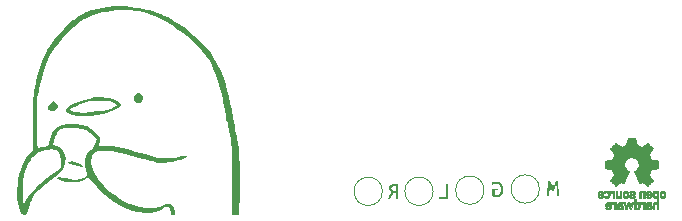
<source format=gbo>
G04 #@! TF.GenerationSoftware,KiCad,Pcbnew,7.0.6-7.0.6~ubuntu22.04.1*
G04 #@! TF.CreationDate,2023-07-20T16:44:22-04:00*
G04 #@! TF.ProjectId,f1c_linux,6631635f-6c69-46e7-9578-2e6b69636164,1*
G04 #@! TF.SameCoordinates,Original*
G04 #@! TF.FileFunction,Legend,Bot*
G04 #@! TF.FilePolarity,Positive*
%FSLAX46Y46*%
G04 Gerber Fmt 4.6, Leading zero omitted, Abs format (unit mm)*
G04 Created by KiCad (PCBNEW 7.0.6-7.0.6~ubuntu22.04.1) date 2023-07-20 16:44:22*
%MOMM*%
%LPD*%
G01*
G04 APERTURE LIST*
%ADD10C,0.152400*%
%ADD11C,0.120000*%
%ADD12C,0.010000*%
%ADD13C,2.000000*%
%ADD14R,1.700000X1.700000*%
%ADD15O,1.700000X1.700000*%
%ADD16C,0.650000*%
%ADD17O,1.000000X2.100000*%
%ADD18O,1.000000X1.800000*%
G04 APERTURE END LIST*
D10*
G36*
X106041695Y-65762000D02*
G01*
X106231130Y-65762000D01*
X106256434Y-64946473D01*
X106264982Y-64729341D01*
X106304647Y-64840129D01*
X106493056Y-65346200D01*
X106626413Y-65346200D01*
X106805931Y-64858594D01*
X106854487Y-64672579D01*
X106847306Y-64959808D01*
X106869874Y-65762000D01*
X107053496Y-65762000D01*
X106990579Y-64492718D01*
X106769685Y-64492718D01*
X106597690Y-64974512D01*
X106553237Y-65104107D01*
X106510495Y-64974512D01*
X106329951Y-64492718D01*
X106103586Y-64492718D01*
X106041695Y-65762000D01*
G37*
G36*
X101410767Y-64841651D02*
G01*
X101426684Y-64832350D01*
X101442379Y-64823554D01*
X101457852Y-64815264D01*
X101473102Y-64807478D01*
X101488129Y-64800197D01*
X101502935Y-64793421D01*
X101517518Y-64787150D01*
X101531878Y-64781384D01*
X101546016Y-64776122D01*
X101559932Y-64771366D01*
X101569085Y-64768475D01*
X101582795Y-64764442D01*
X101596738Y-64760806D01*
X101610917Y-64757566D01*
X101625329Y-64754723D01*
X101639976Y-64752277D01*
X101654858Y-64750227D01*
X101669973Y-64748574D01*
X101685324Y-64747318D01*
X101700908Y-64746458D01*
X101716727Y-64745996D01*
X101727404Y-64745907D01*
X101745545Y-64746211D01*
X101763295Y-64747122D01*
X101780655Y-64748639D01*
X101797624Y-64750764D01*
X101814203Y-64753496D01*
X101830390Y-64756835D01*
X101846187Y-64760781D01*
X101861594Y-64765334D01*
X101876609Y-64770494D01*
X101891234Y-64776261D01*
X101900767Y-64780443D01*
X101914729Y-64787168D01*
X101928276Y-64794392D01*
X101941408Y-64802115D01*
X101954126Y-64810336D01*
X101966429Y-64819057D01*
X101978317Y-64828276D01*
X101989790Y-64837994D01*
X102000849Y-64848212D01*
X102011493Y-64858928D01*
X102021722Y-64870142D01*
X102028311Y-64877896D01*
X102037785Y-64889928D01*
X102046844Y-64902428D01*
X102055488Y-64915397D01*
X102063718Y-64928835D01*
X102071532Y-64942741D01*
X102078933Y-64957117D01*
X102085918Y-64971961D01*
X102092489Y-64987274D01*
X102098645Y-65003056D01*
X102104386Y-65019307D01*
X102107983Y-65030401D01*
X102112933Y-65047306D01*
X102117395Y-65064554D01*
X102121372Y-65082144D01*
X102124861Y-65100077D01*
X102127863Y-65118352D01*
X102130378Y-65136971D01*
X102132407Y-65155931D01*
X102133949Y-65175234D01*
X102135004Y-65194880D01*
X102135572Y-65214869D01*
X102135680Y-65228385D01*
X102135592Y-65242523D01*
X102135327Y-65256472D01*
X102134886Y-65270231D01*
X102133895Y-65290514D01*
X102132506Y-65310370D01*
X102130721Y-65329800D01*
X102128539Y-65348802D01*
X102125961Y-65367378D01*
X102122985Y-65385528D01*
X102119613Y-65403250D01*
X102115845Y-65420546D01*
X102113112Y-65431839D01*
X102108661Y-65448329D01*
X102103771Y-65464333D01*
X102098443Y-65479849D01*
X102092676Y-65494879D01*
X102086470Y-65509422D01*
X102079825Y-65523478D01*
X102072741Y-65537047D01*
X102065219Y-65550129D01*
X102057258Y-65562724D01*
X102048858Y-65574833D01*
X102043014Y-65582635D01*
X102033868Y-65593858D01*
X102024253Y-65604577D01*
X102014169Y-65614792D01*
X102003616Y-65624501D01*
X101992595Y-65633705D01*
X101981104Y-65642405D01*
X101969145Y-65650599D01*
X101956717Y-65658289D01*
X101943820Y-65665474D01*
X101930454Y-65672153D01*
X101921284Y-65676326D01*
X101907106Y-65682131D01*
X101892400Y-65687366D01*
X101877165Y-65692029D01*
X101861401Y-65696121D01*
X101845108Y-65699642D01*
X101828287Y-65702593D01*
X101810936Y-65704972D01*
X101793056Y-65706780D01*
X101774647Y-65708017D01*
X101755710Y-65708683D01*
X101742791Y-65708810D01*
X101729071Y-65708570D01*
X101714581Y-65707849D01*
X101704494Y-65707101D01*
X101690153Y-65705569D01*
X101675813Y-65703795D01*
X101662777Y-65701972D01*
X101648639Y-65699654D01*
X101634905Y-65696932D01*
X101622770Y-65694107D01*
X101609130Y-65690556D01*
X101596099Y-65686584D01*
X101596099Y-65314896D01*
X101852896Y-65314896D01*
X101852896Y-65161706D01*
X101404954Y-65161706D01*
X101404954Y-65805579D01*
X101419338Y-65812136D01*
X101433638Y-65818342D01*
X101447855Y-65824197D01*
X101461989Y-65829702D01*
X101476039Y-65834856D01*
X101490005Y-65839660D01*
X101495568Y-65841483D01*
X101509501Y-65845756D01*
X101523518Y-65849811D01*
X101537618Y-65853650D01*
X101551801Y-65857271D01*
X101566068Y-65860675D01*
X101580419Y-65863863D01*
X101586182Y-65865077D01*
X101600600Y-65867944D01*
X101615000Y-65870560D01*
X101629384Y-65872926D01*
X101643751Y-65875041D01*
X101658102Y-65876906D01*
X101672435Y-65878521D01*
X101678164Y-65879096D01*
X101692408Y-65880476D01*
X101706501Y-65881621D01*
X101720444Y-65882533D01*
X101734237Y-65883210D01*
X101750590Y-65883715D01*
X101766727Y-65883884D01*
X101782998Y-65883723D01*
X101799072Y-65883243D01*
X101814948Y-65882441D01*
X101830627Y-65881319D01*
X101846107Y-65879877D01*
X101861391Y-65878113D01*
X101876476Y-65876030D01*
X101891364Y-65873625D01*
X101906054Y-65870901D01*
X101920546Y-65867855D01*
X101934841Y-65864489D01*
X101948938Y-65860803D01*
X101962837Y-65856796D01*
X101976539Y-65852468D01*
X101990043Y-65847820D01*
X102003349Y-65842851D01*
X102016434Y-65837524D01*
X102029272Y-65831887D01*
X102041865Y-65825941D01*
X102054213Y-65819684D01*
X102066314Y-65813118D01*
X102078170Y-65806242D01*
X102095493Y-65795347D01*
X102112262Y-65783754D01*
X102128479Y-65771464D01*
X102144143Y-65758477D01*
X102159254Y-65744793D01*
X102173812Y-65730411D01*
X102183210Y-65720436D01*
X102192308Y-65710153D01*
X102201140Y-65699562D01*
X102209705Y-65688664D01*
X102218002Y-65677459D01*
X102226032Y-65665946D01*
X102233795Y-65654127D01*
X102241291Y-65642000D01*
X102248520Y-65629566D01*
X102255482Y-65616825D01*
X102262176Y-65603776D01*
X102268604Y-65590420D01*
X102274764Y-65576757D01*
X102280657Y-65562787D01*
X102286283Y-65548510D01*
X102291642Y-65533925D01*
X102296734Y-65519034D01*
X102301537Y-65503844D01*
X102306030Y-65488366D01*
X102310214Y-65472599D01*
X102314087Y-65456544D01*
X102317651Y-65440200D01*
X102320905Y-65423568D01*
X102323848Y-65406648D01*
X102326482Y-65389438D01*
X102328807Y-65371941D01*
X102330821Y-65354155D01*
X102332525Y-65336080D01*
X102333920Y-65317717D01*
X102335004Y-65299065D01*
X102335779Y-65280125D01*
X102336244Y-65260896D01*
X102336399Y-65241378D01*
X102336228Y-65221928D01*
X102335715Y-65202729D01*
X102334860Y-65183780D01*
X102333663Y-65165083D01*
X102332124Y-65146637D01*
X102330244Y-65128442D01*
X102328021Y-65110498D01*
X102325457Y-65092806D01*
X102322550Y-65075364D01*
X102319302Y-65058173D01*
X102315711Y-65041234D01*
X102311779Y-65024546D01*
X102307505Y-65008109D01*
X102302889Y-64991923D01*
X102297930Y-64975988D01*
X102292630Y-64960304D01*
X102286978Y-64944851D01*
X102281047Y-64929695D01*
X102274839Y-64914835D01*
X102268353Y-64900272D01*
X102261589Y-64886005D01*
X102254547Y-64872035D01*
X102247227Y-64858362D01*
X102239630Y-64844984D01*
X102231754Y-64831904D01*
X102223601Y-64819120D01*
X102215170Y-64806632D01*
X102206461Y-64794441D01*
X102197475Y-64782547D01*
X102188210Y-64770949D01*
X102178668Y-64759648D01*
X102168848Y-64748643D01*
X102158721Y-64737948D01*
X102148342Y-64727576D01*
X102137713Y-64717528D01*
X102126832Y-64707802D01*
X102115700Y-64698400D01*
X102104318Y-64689322D01*
X102092684Y-64680566D01*
X102080799Y-64672134D01*
X102068662Y-64664025D01*
X102056275Y-64656239D01*
X102043637Y-64648776D01*
X102030747Y-64641637D01*
X102017606Y-64634821D01*
X102004215Y-64628328D01*
X101990572Y-64622159D01*
X101976678Y-64616312D01*
X101962529Y-64610805D01*
X101948206Y-64605653D01*
X101933710Y-64600857D01*
X101919040Y-64596415D01*
X101904196Y-64592330D01*
X101889179Y-64588599D01*
X101873988Y-64585224D01*
X101858623Y-64582204D01*
X101843085Y-64579539D01*
X101827373Y-64577229D01*
X101811487Y-64575275D01*
X101795428Y-64573676D01*
X101779195Y-64572433D01*
X101762789Y-64571545D01*
X101746209Y-64571012D01*
X101729455Y-64570834D01*
X101713435Y-64570975D01*
X101697559Y-64571399D01*
X101681827Y-64572105D01*
X101666239Y-64573094D01*
X101650796Y-64574365D01*
X101635496Y-64575919D01*
X101620342Y-64577755D01*
X101605331Y-64579874D01*
X101590465Y-64582275D01*
X101575742Y-64584959D01*
X101566008Y-64586905D01*
X101551454Y-64590050D01*
X101536900Y-64593585D01*
X101522346Y-64597511D01*
X101507793Y-64601828D01*
X101493239Y-64606535D01*
X101478685Y-64611633D01*
X101464131Y-64617122D01*
X101449577Y-64623001D01*
X101435023Y-64629271D01*
X101420470Y-64635932D01*
X101410767Y-64640590D01*
X101410767Y-64841651D01*
G37*
G36*
X96930942Y-66062000D02*
G01*
X97676029Y-66062000D01*
X97676029Y-64792718D01*
X97480097Y-64792718D01*
X97480097Y-65886926D01*
X96930942Y-65886926D01*
X96930942Y-66062000D01*
G37*
G36*
X93436552Y-66062000D02*
G01*
X93243356Y-66062000D01*
X93243356Y-65493011D01*
X93173600Y-65493011D01*
X93166873Y-65493077D01*
X93151715Y-65493746D01*
X93137309Y-65495134D01*
X93123656Y-65497243D01*
X93108974Y-65500534D01*
X93094911Y-65504744D01*
X93081448Y-65510194D01*
X93068582Y-65516883D01*
X93056315Y-65524812D01*
X93051851Y-65528129D01*
X93040182Y-65538061D01*
X93030253Y-65548049D01*
X93020585Y-65559248D01*
X93011179Y-65571658D01*
X93004562Y-65581248D01*
X92996644Y-65593814D01*
X92988750Y-65607535D01*
X92982190Y-65619850D01*
X92975647Y-65632966D01*
X92969120Y-65646884D01*
X92778660Y-66062000D01*
X92560844Y-66062000D01*
X92767376Y-65630471D01*
X92769832Y-65625564D01*
X92777190Y-65611200D01*
X92784530Y-65597370D01*
X92791852Y-65584076D01*
X92799156Y-65571316D01*
X92806442Y-65559091D01*
X92816129Y-65543624D01*
X92825783Y-65529107D01*
X92835406Y-65515542D01*
X92844996Y-65502928D01*
X92849714Y-65496978D01*
X92858732Y-65486058D01*
X92869224Y-65474240D01*
X92878848Y-65464459D01*
X92890863Y-65454188D01*
X92903810Y-65446849D01*
X92901887Y-65446377D01*
X92887247Y-65441763D01*
X92873058Y-65435985D01*
X92860076Y-65429884D01*
X92846043Y-65422614D01*
X92834059Y-65415957D01*
X92821402Y-65408552D01*
X92808590Y-65400506D01*
X92796312Y-65392096D01*
X92784569Y-65383323D01*
X92773360Y-65374187D01*
X92762685Y-65364688D01*
X92752544Y-65354825D01*
X92742938Y-65344599D01*
X92733866Y-65334009D01*
X92725253Y-65323008D01*
X92717196Y-65311719D01*
X92709695Y-65300141D01*
X92702749Y-65288275D01*
X92696359Y-65276120D01*
X92690525Y-65263676D01*
X92685246Y-65250945D01*
X92680523Y-65237924D01*
X92676275Y-65224578D01*
X92672594Y-65211039D01*
X92669479Y-65197308D01*
X92666931Y-65183385D01*
X92664949Y-65169269D01*
X92663533Y-65154961D01*
X92663084Y-65147310D01*
X92863461Y-65147310D01*
X92863617Y-65155994D01*
X92864572Y-65170028D01*
X92866864Y-65186140D01*
X92870406Y-65201459D01*
X92875199Y-65215985D01*
X92881242Y-65229718D01*
X92883479Y-65234120D01*
X92890880Y-65246815D01*
X92899315Y-65258740D01*
X92908784Y-65269896D01*
X92919286Y-65280282D01*
X92930823Y-65289899D01*
X92941226Y-65297300D01*
X92954658Y-65305411D01*
X92969124Y-65312680D01*
X92981968Y-65318094D01*
X92995531Y-65322925D01*
X93009811Y-65327170D01*
X93024751Y-65330815D01*
X93040292Y-65333842D01*
X93056434Y-65336252D01*
X93073177Y-65338043D01*
X93087004Y-65339032D01*
X93101216Y-65339625D01*
X93115812Y-65339822D01*
X93243356Y-65339822D01*
X93243356Y-64967792D01*
X93092903Y-64967792D01*
X93079256Y-64967967D01*
X93059542Y-64968885D01*
X93040735Y-64970591D01*
X93022837Y-64973085D01*
X93005845Y-64976365D01*
X92989762Y-64980434D01*
X92974586Y-64985289D01*
X92960318Y-64990932D01*
X92946957Y-64997363D01*
X92934504Y-65004580D01*
X92922958Y-65012586D01*
X92915754Y-65018321D01*
X92902738Y-65030866D01*
X92891583Y-65044843D01*
X92882286Y-65060252D01*
X92876534Y-65072748D01*
X92871828Y-65086049D01*
X92868167Y-65100156D01*
X92865552Y-65115069D01*
X92863984Y-65130787D01*
X92863461Y-65147310D01*
X92663084Y-65147310D01*
X92662683Y-65140461D01*
X92662400Y-65125768D01*
X92662785Y-65107495D01*
X92663939Y-65089608D01*
X92665862Y-65072105D01*
X92668555Y-65054986D01*
X92672017Y-65038253D01*
X92676249Y-65021904D01*
X92681250Y-65005939D01*
X92687020Y-64990360D01*
X92693533Y-64975170D01*
X92700932Y-64960547D01*
X92709219Y-64946490D01*
X92718393Y-64932999D01*
X92728453Y-64920075D01*
X92739401Y-64907717D01*
X92751235Y-64895925D01*
X92763956Y-64884700D01*
X92774015Y-64876607D01*
X92788203Y-64866367D01*
X92803278Y-64856758D01*
X92815166Y-64849965D01*
X92827553Y-64843527D01*
X92840439Y-64837443D01*
X92853823Y-64831714D01*
X92867707Y-64826339D01*
X92882089Y-64821319D01*
X92896971Y-64816654D01*
X92912369Y-64812376D01*
X92928302Y-64808520D01*
X92944771Y-64805084D01*
X92961774Y-64802068D01*
X92979312Y-64799474D01*
X92997385Y-64797300D01*
X93015993Y-64795547D01*
X93035136Y-64794214D01*
X93054814Y-64793303D01*
X93075027Y-64792812D01*
X93088799Y-64792718D01*
X93436552Y-64792718D01*
X93436552Y-66062000D01*
G37*
D11*
X92100000Y-65400000D02*
G75*
G03*
X92100000Y-65400000I-1200000J0D01*
G01*
X105400000Y-65200000D02*
G75*
G03*
X105400000Y-65200000I-1200000J0D01*
G01*
X96400000Y-65400000D02*
G75*
G03*
X96400000Y-65400000I-1200000J0D01*
G01*
X100700000Y-65300000D02*
G75*
G03*
X100700000Y-65300000I-1200000J0D01*
G01*
G36*
X71767817Y-57210947D02*
G01*
X71868517Y-57380057D01*
X71874636Y-57579843D01*
X71742886Y-57769260D01*
X71713163Y-57794616D01*
X71515132Y-57890442D01*
X71305645Y-57903365D01*
X71141978Y-57827802D01*
X71116562Y-57796316D01*
X71063240Y-57621357D01*
X71081368Y-57417087D01*
X71167791Y-57253715D01*
X71190432Y-57232070D01*
X71396993Y-57109350D01*
X71600960Y-57101489D01*
X71767817Y-57210947D01*
G37*
G36*
X64329318Y-57785208D02*
G01*
X64469506Y-57884499D01*
X64588333Y-58036566D01*
X64638461Y-58187941D01*
X64597278Y-58319543D01*
X64485743Y-58467062D01*
X64331036Y-58570288D01*
X64102087Y-58597058D01*
X63874031Y-58486364D01*
X63826048Y-58444726D01*
X63759634Y-58332371D01*
X63792116Y-58179395D01*
X63807177Y-58144529D01*
X63934467Y-57966780D01*
X64105953Y-57827984D01*
X64270197Y-57771978D01*
X64329318Y-57785208D01*
G37*
G36*
X65862741Y-62868422D02*
G01*
X66092836Y-62907799D01*
X66324382Y-62983785D01*
X66530148Y-63081763D01*
X66682902Y-63187113D01*
X66755413Y-63285216D01*
X66720447Y-63361454D01*
X66692816Y-63369997D01*
X66554381Y-63351318D01*
X66372202Y-63279124D01*
X66290555Y-63241132D01*
X66027011Y-63143467D01*
X65756769Y-63069147D01*
X65660536Y-63046110D01*
X65491687Y-62982012D01*
X65459526Y-62924070D01*
X65562092Y-62882105D01*
X65797418Y-62865934D01*
X65862741Y-62868422D01*
G37*
G36*
X69895200Y-58248644D02*
G01*
X69751184Y-58355405D01*
X69413131Y-58504890D01*
X68942494Y-58666123D01*
X68423018Y-58807321D01*
X67902733Y-58915600D01*
X67429670Y-58978078D01*
X67303324Y-58987916D01*
X66740156Y-59017005D01*
X66292162Y-59010085D01*
X65942422Y-58965220D01*
X65674019Y-58880476D01*
X65470036Y-58753918D01*
X65331676Y-58624212D01*
X65289657Y-58527658D01*
X65298073Y-58502353D01*
X65676529Y-58502353D01*
X65802703Y-58588105D01*
X66067076Y-58671368D01*
X66324883Y-58716462D01*
X66789831Y-58738815D01*
X67346382Y-58711650D01*
X67971791Y-58635397D01*
X67991563Y-58632317D01*
X68371363Y-58563163D01*
X68744296Y-58478588D01*
X69084214Y-58386326D01*
X69364967Y-58294109D01*
X69560407Y-58209671D01*
X69644385Y-58140745D01*
X69635792Y-58103762D01*
X69540122Y-58008911D01*
X69370637Y-57903905D01*
X69232666Y-57842273D01*
X69018069Y-57781351D01*
X68740586Y-57741925D01*
X68361977Y-57716903D01*
X68207246Y-57710580D01*
X67882247Y-57707505D01*
X67612819Y-57728749D01*
X67339108Y-57781106D01*
X67001262Y-57871370D01*
X66877992Y-57907654D01*
X66534911Y-58017510D01*
X66214611Y-58131173D01*
X65973217Y-58229112D01*
X65833533Y-58298656D01*
X65687243Y-58407930D01*
X65676529Y-58502353D01*
X65298073Y-58502353D01*
X65325298Y-58420490D01*
X65464056Y-58266899D01*
X65733353Y-58095360D01*
X66115171Y-57921848D01*
X66596051Y-57753430D01*
X66892774Y-57662109D01*
X67243006Y-57559302D01*
X67509246Y-57490594D01*
X67720351Y-57449668D01*
X67905178Y-57430208D01*
X68092582Y-57425900D01*
X68185096Y-57428652D01*
X68444631Y-57450093D01*
X68740490Y-57487743D01*
X69037629Y-57535622D01*
X69301008Y-57587750D01*
X69495583Y-57638146D01*
X69586314Y-57680829D01*
X69638420Y-57729386D01*
X69767307Y-57813906D01*
X69861142Y-57904454D01*
X69928563Y-58071592D01*
X69931787Y-58110521D01*
X69923781Y-58140745D01*
X69895200Y-58248644D01*
G37*
G36*
X65256670Y-63041730D02*
G01*
X65091807Y-63494393D01*
X65060446Y-63552374D01*
X65007728Y-63631589D01*
X64932264Y-63715504D01*
X64816173Y-63819793D01*
X64641574Y-63960128D01*
X64390586Y-64152181D01*
X64045329Y-64411625D01*
X63970609Y-64468413D01*
X63637476Y-64735549D01*
X63290599Y-65031234D01*
X62994059Y-65301239D01*
X62800134Y-65490676D01*
X62623649Y-65685352D01*
X62498725Y-65870284D01*
X62395438Y-66091566D01*
X62283868Y-66395296D01*
X62237278Y-66530505D01*
X62141528Y-66819014D01*
X62066515Y-67059284D01*
X62025429Y-67209753D01*
X62009003Y-67272688D01*
X61934319Y-67376077D01*
X61777079Y-67401648D01*
X61722652Y-67397748D01*
X61602488Y-67347232D01*
X61502227Y-67225007D01*
X61413978Y-67014230D01*
X61329849Y-66698062D01*
X61241951Y-66259662D01*
X61200562Y-66017851D01*
X61168488Y-65751888D01*
X61160852Y-65504991D01*
X61640344Y-65504991D01*
X61650430Y-65909416D01*
X61682700Y-66232830D01*
X61691490Y-66281131D01*
X61732632Y-66433215D01*
X61772818Y-66494505D01*
X61801686Y-66465663D01*
X61868235Y-66337402D01*
X61946706Y-66141267D01*
X61969084Y-66083432D01*
X62066825Y-65893829D01*
X62216892Y-65682992D01*
X62437164Y-65427724D01*
X62745518Y-65104827D01*
X62801614Y-65048335D01*
X63089029Y-64772611D01*
X63399035Y-64493746D01*
X63711063Y-64228346D01*
X64004544Y-63993017D01*
X64258908Y-63804365D01*
X64453585Y-63678996D01*
X64568006Y-63633516D01*
X64652801Y-63596428D01*
X64778022Y-63493956D01*
X64787697Y-63484025D01*
X64866650Y-63363564D01*
X64906509Y-63189014D01*
X64917474Y-62918269D01*
X64911821Y-62756217D01*
X64843488Y-62375256D01*
X64703430Y-62086558D01*
X64498901Y-61907639D01*
X64371615Y-61870224D01*
X64116643Y-61852623D01*
X63816528Y-61871230D01*
X63522171Y-61922117D01*
X63284471Y-62001357D01*
X63283094Y-62002015D01*
X63116830Y-62070076D01*
X63000466Y-62098352D01*
X62974190Y-62103271D01*
X62846192Y-62174552D01*
X62680151Y-62303949D01*
X62514260Y-62457072D01*
X62386716Y-62599526D01*
X62335714Y-62696921D01*
X62329086Y-62739979D01*
X62269208Y-62796154D01*
X62261171Y-62797128D01*
X62182330Y-62876996D01*
X62088179Y-63068894D01*
X61986212Y-63350041D01*
X61883923Y-63697652D01*
X61788808Y-64088946D01*
X61708359Y-64501140D01*
X61683364Y-64679649D01*
X61651602Y-65076190D01*
X61640344Y-65504991D01*
X61160852Y-65504991D01*
X61160624Y-65497628D01*
X61175984Y-65205192D01*
X61213583Y-64824702D01*
X61271142Y-64402790D01*
X61365175Y-63935945D01*
X61476542Y-63567353D01*
X61569264Y-63323191D01*
X61664726Y-63067504D01*
X61731676Y-62883379D01*
X61740525Y-62859131D01*
X61808329Y-62715321D01*
X61864327Y-62656593D01*
X61880088Y-62653022D01*
X61917033Y-62578849D01*
X61943009Y-62523965D01*
X62049995Y-62395940D01*
X62211582Y-62239715D01*
X62506131Y-61978326D01*
X62509919Y-59683256D01*
X62511803Y-59203190D01*
X62518850Y-58541176D01*
X62530705Y-57990134D01*
X62547143Y-57557198D01*
X62567936Y-57249500D01*
X62592858Y-57074176D01*
X62638566Y-56874386D01*
X62699101Y-56575114D01*
X62753982Y-56271703D01*
X62779509Y-56132249D01*
X62883353Y-55681660D01*
X63022276Y-55189147D01*
X63184155Y-54690536D01*
X63356868Y-54221652D01*
X63528293Y-53818322D01*
X63686306Y-53516370D01*
X63711368Y-53475582D01*
X63824253Y-53290564D01*
X63905769Y-53155061D01*
X63940926Y-53097488D01*
X64110716Y-52848072D01*
X64330191Y-52556110D01*
X64582568Y-52240798D01*
X64851066Y-51921332D01*
X65118903Y-51616906D01*
X65369297Y-51346716D01*
X65585466Y-51129957D01*
X65750628Y-50985826D01*
X65848001Y-50933516D01*
X65864027Y-50930079D01*
X65972232Y-50868617D01*
X66121955Y-50754536D01*
X66227442Y-50677283D01*
X66450598Y-50538296D01*
X66723554Y-50384025D01*
X67004416Y-50237010D01*
X67251292Y-50119790D01*
X67422287Y-50054907D01*
X67541036Y-50025068D01*
X67949044Y-49937178D01*
X68397215Y-49858477D01*
X68860276Y-49791633D01*
X69312955Y-49739312D01*
X69729976Y-49704182D01*
X70086067Y-49688910D01*
X70355953Y-49696163D01*
X70514362Y-49728608D01*
X70521088Y-49731721D01*
X70676814Y-49775850D01*
X70918857Y-49817703D01*
X71197802Y-49848603D01*
X71486279Y-49881727D01*
X71870995Y-49946132D01*
X72209615Y-50022297D01*
X72376093Y-50070574D01*
X72671281Y-50166058D01*
X73000957Y-50281058D01*
X73337302Y-50404978D01*
X73652499Y-50527219D01*
X73918729Y-50637184D01*
X74108175Y-50724276D01*
X74193019Y-50777897D01*
X74241652Y-50820115D01*
X74385296Y-50916747D01*
X74582143Y-51034830D01*
X74891614Y-51230191D01*
X75285527Y-51513711D01*
X75712843Y-51849044D01*
X76148672Y-52214606D01*
X76568125Y-52588812D01*
X76946313Y-52950075D01*
X77258346Y-53276812D01*
X77479337Y-53547437D01*
X77791410Y-54029821D01*
X78113755Y-54610004D01*
X78411797Y-55224545D01*
X78663044Y-55826947D01*
X78845003Y-56370710D01*
X78860090Y-56425392D01*
X78957242Y-56806780D01*
X79072081Y-57298296D01*
X79199579Y-57876673D01*
X79334708Y-58518641D01*
X79472439Y-59200931D01*
X79607744Y-59900275D01*
X79658631Y-60161896D01*
X79720868Y-60467284D01*
X79772764Y-60707384D01*
X79800238Y-60839624D01*
X79868610Y-61282369D01*
X79927640Y-61832542D01*
X79976014Y-62466852D01*
X80012416Y-63162010D01*
X80035531Y-63894725D01*
X80044043Y-64641709D01*
X80036637Y-65379672D01*
X80026627Y-65786994D01*
X80012507Y-66243763D01*
X79997044Y-66641758D01*
X79981141Y-66960788D01*
X79965700Y-67180660D01*
X79951625Y-67281183D01*
X79856235Y-67372480D01*
X79651188Y-67401648D01*
X79396978Y-67401648D01*
X79396978Y-64767445D01*
X79396166Y-64265286D01*
X79390336Y-63476934D01*
X79378029Y-62803132D01*
X79358230Y-62227953D01*
X79329930Y-61735470D01*
X79292115Y-61309759D01*
X79243774Y-60934893D01*
X79183895Y-60594947D01*
X79111466Y-60273993D01*
X79074504Y-60109866D01*
X79030392Y-59854487D01*
X79013187Y-59663416D01*
X79013130Y-59654700D01*
X78991751Y-59507504D01*
X78943406Y-59446703D01*
X78929667Y-59441450D01*
X78889699Y-59349316D01*
X78873626Y-59178673D01*
X78869668Y-59092480D01*
X78832782Y-58831384D01*
X78769711Y-58568096D01*
X78736866Y-58451558D01*
X78685588Y-58224719D01*
X78665041Y-58062148D01*
X78647751Y-57884903D01*
X78588173Y-57576277D01*
X78494061Y-57188121D01*
X78373709Y-56748100D01*
X78235411Y-56283880D01*
X78087459Y-55823125D01*
X77938147Y-55393500D01*
X77795769Y-55022670D01*
X77668617Y-54738300D01*
X77465474Y-54389914D01*
X77158395Y-53954049D01*
X76788661Y-53491041D01*
X76382192Y-53030159D01*
X75964911Y-52600668D01*
X75562738Y-52231834D01*
X75201595Y-51952924D01*
X75142113Y-51912687D01*
X74825081Y-51695957D01*
X74536358Y-51495065D01*
X74297820Y-51325522D01*
X74131339Y-51202840D01*
X74058791Y-51142530D01*
X74047710Y-51131990D01*
X73930482Y-51061802D01*
X73691245Y-50941310D01*
X73327722Y-50769399D01*
X72837637Y-50544957D01*
X72628957Y-50456071D01*
X72370803Y-50359252D01*
X72174725Y-50300121D01*
X72150192Y-50294533D01*
X71903606Y-50235305D01*
X71651373Y-50170895D01*
X71627458Y-50164713D01*
X71227496Y-50094214D01*
X70734654Y-50054343D01*
X70189486Y-50045822D01*
X69632548Y-50069370D01*
X69104395Y-50125706D01*
X68768627Y-50176206D01*
X68383008Y-50241839D01*
X68077431Y-50307875D01*
X67817346Y-50383348D01*
X67568203Y-50477293D01*
X67295453Y-50598744D01*
X67124104Y-50682298D01*
X66844653Y-50830344D01*
X66580098Y-50982325D01*
X66367372Y-51116715D01*
X66243406Y-51211984D01*
X66228799Y-51225614D01*
X66129027Y-51314064D01*
X65960483Y-51461249D01*
X65749690Y-51643961D01*
X65725509Y-51665041D01*
X65458318Y-51917180D01*
X65192507Y-52196539D01*
X64982284Y-52446434D01*
X64964747Y-52469492D01*
X64812023Y-52668718D01*
X64695302Y-52818295D01*
X64638638Y-52887362D01*
X64636350Y-52889828D01*
X64575522Y-52970648D01*
X64461166Y-53131661D01*
X64315999Y-53340934D01*
X64144258Y-53600967D01*
X63908404Y-54007580D01*
X63709628Y-54429620D01*
X63535556Y-54897982D01*
X63373815Y-55443561D01*
X63212029Y-56097253D01*
X63143852Y-56387271D01*
X63062912Y-56720001D01*
X62992555Y-56997314D01*
X62942826Y-57178846D01*
X62922254Y-57279402D01*
X62899816Y-57505578D01*
X62883852Y-57840770D01*
X62874141Y-58292585D01*
X62870459Y-58868633D01*
X62872584Y-59576522D01*
X62874054Y-59789842D01*
X62878525Y-60302351D01*
X62883838Y-60761239D01*
X62889711Y-61149318D01*
X62895860Y-61449401D01*
X62902002Y-61644301D01*
X62907854Y-61716828D01*
X62908240Y-61717148D01*
X62984895Y-61712194D01*
X63159070Y-61680048D01*
X63393994Y-61627467D01*
X63453304Y-61613167D01*
X63677071Y-61552555D01*
X63803041Y-61494567D01*
X63863634Y-61417949D01*
X63891270Y-61301447D01*
X63893920Y-61285138D01*
X63949268Y-61058866D01*
X64039479Y-60784255D01*
X64146915Y-60507117D01*
X64253933Y-60273268D01*
X64342895Y-60128523D01*
X64390927Y-60080626D01*
X64638144Y-59929056D01*
X64985125Y-59809621D01*
X65402179Y-59730695D01*
X65859615Y-59700657D01*
X66130242Y-59705331D01*
X66635019Y-59763389D01*
X67065723Y-59898316D01*
X67458840Y-60123917D01*
X67850854Y-60453995D01*
X68210104Y-60798374D01*
X68164600Y-61162572D01*
X68119097Y-61526770D01*
X68803642Y-61563263D01*
X69208660Y-61590385D01*
X69705071Y-61646534D01*
X70123512Y-61727716D01*
X70500000Y-61839801D01*
X70534721Y-61851693D01*
X70783156Y-61928050D01*
X71164509Y-62035604D01*
X71676361Y-62173700D01*
X72316288Y-62341682D01*
X73081868Y-62538895D01*
X73214196Y-62566194D01*
X73597524Y-62602307D01*
X74038215Y-62600097D01*
X74482792Y-62561114D01*
X74877776Y-62486905D01*
X75078535Y-62437967D01*
X75287696Y-62394297D01*
X75412133Y-62377472D01*
X75470660Y-62382389D01*
X75523116Y-62425429D01*
X75477640Y-62498963D01*
X75355464Y-62586062D01*
X75177818Y-62669798D01*
X74965934Y-62733242D01*
X74832453Y-62763387D01*
X74575105Y-62825009D01*
X74303022Y-62893105D01*
X74241398Y-62907821D01*
X73981735Y-62953496D01*
X73695402Y-62984892D01*
X73415344Y-63000791D01*
X73174511Y-62999978D01*
X73005850Y-62981236D01*
X72942307Y-62943349D01*
X72941637Y-62938462D01*
X72869779Y-62886968D01*
X72715522Y-62847034D01*
X72682355Y-62841275D01*
X72498149Y-62801479D01*
X72220601Y-62735240D01*
X71881295Y-62650243D01*
X71511813Y-62554171D01*
X70890509Y-62391136D01*
X70355018Y-62254841D01*
X69917297Y-62149656D01*
X69558746Y-62071857D01*
X69260764Y-62017721D01*
X69004752Y-61983523D01*
X68772109Y-61965539D01*
X68544235Y-61960046D01*
X68292174Y-61964771D01*
X67991794Y-61999279D01*
X67782900Y-62078056D01*
X67637342Y-62213808D01*
X67526969Y-62419241D01*
X67494001Y-62506389D01*
X67428327Y-62889933D01*
X67486103Y-63301894D01*
X67668929Y-63757374D01*
X68016970Y-64324064D01*
X68496484Y-64904382D01*
X69065260Y-65438474D01*
X69697527Y-65899135D01*
X69710443Y-65907323D01*
X69920477Y-66044245D01*
X70078473Y-66153956D01*
X70151099Y-66213361D01*
X70161927Y-66223482D01*
X70275892Y-66284006D01*
X70481387Y-66371410D01*
X70745776Y-66473437D01*
X71036426Y-66577832D01*
X71320702Y-66672340D01*
X71565969Y-66744704D01*
X72114164Y-66831552D01*
X72707337Y-66816253D01*
X73284839Y-66699836D01*
X73801480Y-66487502D01*
X73877632Y-66455157D01*
X74084353Y-66454845D01*
X74272234Y-66569641D01*
X74420075Y-66781912D01*
X74506673Y-67074024D01*
X74526325Y-67214663D01*
X74528889Y-67342757D01*
X74485196Y-67392979D01*
X74381353Y-67401648D01*
X74364837Y-67401478D01*
X74259332Y-67378251D01*
X74200556Y-67289852D01*
X74161545Y-67099182D01*
X74140756Y-66967085D01*
X74097068Y-66785393D01*
X74028240Y-66695183D01*
X73909879Y-66690200D01*
X73717591Y-66764194D01*
X73426983Y-66910913D01*
X73381122Y-66934500D01*
X72909973Y-67137022D01*
X72466684Y-67239728D01*
X72004076Y-67248900D01*
X71474975Y-67170820D01*
X70930453Y-67027117D01*
X70129244Y-66703714D01*
X69353789Y-66259245D01*
X68620069Y-65704772D01*
X67944069Y-65051359D01*
X67341772Y-64310068D01*
X67292823Y-64251064D01*
X67225961Y-64227494D01*
X67116356Y-64264224D01*
X66925247Y-64366507D01*
X66810688Y-64425651D01*
X66311407Y-64592741D01*
X65777813Y-64645253D01*
X65253444Y-64577687D01*
X65040829Y-64515468D01*
X64800888Y-64427009D01*
X64639413Y-64345982D01*
X64464011Y-64226648D01*
X64686173Y-64205127D01*
X64783335Y-64204305D01*
X65020937Y-64233343D01*
X65274525Y-64292352D01*
X65679888Y-64377154D01*
X66098337Y-64397080D01*
X66481998Y-64350993D01*
X66799626Y-64242762D01*
X67019980Y-64076254D01*
X67060841Y-63995178D01*
X67054249Y-63862340D01*
X66987954Y-63646556D01*
X66979342Y-63622044D01*
X66881628Y-63187684D01*
X66884416Y-62772461D01*
X66981492Y-62400913D01*
X67166639Y-62097575D01*
X67433644Y-61886984D01*
X67501716Y-61849816D01*
X67629351Y-61747420D01*
X67718463Y-61596863D01*
X67799757Y-61353389D01*
X67916571Y-60946978D01*
X67570378Y-60621770D01*
X67334298Y-60422674D01*
X67030007Y-60240110D01*
X66686738Y-60122775D01*
X66272410Y-60060439D01*
X65754945Y-60042873D01*
X65474753Y-60046861D01*
X65122792Y-60071033D01*
X64873037Y-60125360D01*
X64702942Y-60219286D01*
X64589957Y-60362255D01*
X64511534Y-60563714D01*
X64494234Y-60622487D01*
X64410234Y-60905178D01*
X64331655Y-61166318D01*
X64243813Y-61455439D01*
X64528362Y-61539298D01*
X64587426Y-61557860D01*
X64886796Y-61708135D01*
X65094686Y-61939474D01*
X65236098Y-62277973D01*
X65290854Y-62585601D01*
X65265923Y-62918269D01*
X65256670Y-63041730D01*
G37*
D12*
X111487128Y-65353945D02*
X111517954Y-65363568D01*
X111555916Y-65379563D01*
X111574296Y-65388159D01*
X111587561Y-65389713D01*
X111590495Y-65377798D01*
X111590498Y-65377461D01*
X111596709Y-65366087D01*
X111618131Y-65360256D01*
X111659653Y-65358614D01*
X111728812Y-65358614D01*
X111728812Y-65962179D01*
X111590495Y-65962179D01*
X111590495Y-65546027D01*
X111556110Y-65514161D01*
X111545368Y-65505104D01*
X111513370Y-65489630D01*
X111473965Y-65489010D01*
X111420312Y-65502664D01*
X111402225Y-65503529D01*
X111381008Y-65490283D01*
X111352768Y-65458800D01*
X111339069Y-65441385D01*
X111322868Y-65416797D01*
X111320371Y-65401145D01*
X111329442Y-65387941D01*
X111357289Y-65371245D01*
X111400540Y-65358030D01*
X111447464Y-65351478D01*
X111487128Y-65353945D01*
G36*
X111487128Y-65353945D02*
G01*
X111517954Y-65363568D01*
X111555916Y-65379563D01*
X111574296Y-65388159D01*
X111587561Y-65389713D01*
X111590495Y-65377798D01*
X111590498Y-65377461D01*
X111596709Y-65366087D01*
X111618131Y-65360256D01*
X111659653Y-65358614D01*
X111728812Y-65358614D01*
X111728812Y-65962179D01*
X111590495Y-65962179D01*
X111590495Y-65546027D01*
X111556110Y-65514161D01*
X111545368Y-65505104D01*
X111513370Y-65489630D01*
X111473965Y-65489010D01*
X111420312Y-65502664D01*
X111402225Y-65503529D01*
X111381008Y-65490283D01*
X111352768Y-65458800D01*
X111339069Y-65441385D01*
X111322868Y-65416797D01*
X111320371Y-65401145D01*
X111329442Y-65387941D01*
X111357289Y-65371245D01*
X111400540Y-65358030D01*
X111447464Y-65351478D01*
X111487128Y-65353945D01*
G37*
X111670265Y-66309965D02*
X111708255Y-66327745D01*
X111741386Y-66353806D01*
X111741386Y-66327745D01*
X111742211Y-66317849D01*
X111749893Y-66307358D01*
X111770667Y-66302725D01*
X111810544Y-66301683D01*
X111879703Y-66301683D01*
X111879703Y-66917822D01*
X111741386Y-66917822D01*
X111741386Y-66717226D01*
X111741369Y-66705710D01*
X111740189Y-66624758D01*
X111737294Y-66558817D01*
X111732888Y-66511258D01*
X111727181Y-66485452D01*
X111721940Y-66475710D01*
X111689676Y-66445156D01*
X111645730Y-66431631D01*
X111597743Y-66437941D01*
X111585973Y-66442217D01*
X111560898Y-66449776D01*
X111543762Y-66447428D01*
X111526518Y-66432064D01*
X111501124Y-66400571D01*
X111459936Y-66348568D01*
X111488886Y-66325125D01*
X111516405Y-66311015D01*
X111564745Y-66301486D01*
X111619230Y-66301174D01*
X111670265Y-66309965D01*
G36*
X111670265Y-66309965D02*
G01*
X111708255Y-66327745D01*
X111741386Y-66353806D01*
X111741386Y-66327745D01*
X111742211Y-66317849D01*
X111749893Y-66307358D01*
X111770667Y-66302725D01*
X111810544Y-66301683D01*
X111879703Y-66301683D01*
X111879703Y-66917822D01*
X111741386Y-66917822D01*
X111741386Y-66717226D01*
X111741369Y-66705710D01*
X111740189Y-66624758D01*
X111737294Y-66558817D01*
X111732888Y-66511258D01*
X111727181Y-66485452D01*
X111721940Y-66475710D01*
X111689676Y-66445156D01*
X111645730Y-66431631D01*
X111597743Y-66437941D01*
X111585973Y-66442217D01*
X111560898Y-66449776D01*
X111543762Y-66447428D01*
X111526518Y-66432064D01*
X111501124Y-66400571D01*
X111459936Y-66348568D01*
X111488886Y-66325125D01*
X111516405Y-66311015D01*
X111564745Y-66301486D01*
X111619230Y-66301174D01*
X111670265Y-66309965D01*
G37*
X114293960Y-66917822D02*
X114168218Y-66917822D01*
X114168218Y-66723740D01*
X114168078Y-66678594D01*
X114166649Y-66603823D01*
X114163029Y-66548467D01*
X114156434Y-66508702D01*
X114146079Y-66480700D01*
X114131178Y-66460635D01*
X114110946Y-66444681D01*
X114088859Y-66432792D01*
X114062705Y-66429421D01*
X114025508Y-66436917D01*
X114013555Y-66440038D01*
X113983718Y-66444735D01*
X113962383Y-66438005D01*
X113937655Y-66417177D01*
X113932963Y-66412647D01*
X113907020Y-66384626D01*
X113890291Y-66361843D01*
X113887996Y-66356355D01*
X113892543Y-66336088D01*
X113915602Y-66319884D01*
X113951995Y-66308513D01*
X113996544Y-66302740D01*
X114044072Y-66303334D01*
X114089400Y-66311063D01*
X114127351Y-66326694D01*
X114139381Y-66333993D01*
X114159632Y-66344676D01*
X114167129Y-66342230D01*
X114168218Y-66326647D01*
X114168473Y-66321053D01*
X114174539Y-66308660D01*
X114193356Y-66303020D01*
X114231089Y-66301683D01*
X114293960Y-66301683D01*
X114293960Y-66917822D01*
G36*
X114293960Y-66917822D02*
G01*
X114168218Y-66917822D01*
X114168218Y-66723740D01*
X114168078Y-66678594D01*
X114166649Y-66603823D01*
X114163029Y-66548467D01*
X114156434Y-66508702D01*
X114146079Y-66480700D01*
X114131178Y-66460635D01*
X114110946Y-66444681D01*
X114088859Y-66432792D01*
X114062705Y-66429421D01*
X114025508Y-66436917D01*
X114013555Y-66440038D01*
X113983718Y-66444735D01*
X113962383Y-66438005D01*
X113937655Y-66417177D01*
X113932963Y-66412647D01*
X113907020Y-66384626D01*
X113890291Y-66361843D01*
X113887996Y-66356355D01*
X113892543Y-66336088D01*
X113915602Y-66319884D01*
X113951995Y-66308513D01*
X113996544Y-66302740D01*
X114044072Y-66303334D01*
X114089400Y-66311063D01*
X114127351Y-66326694D01*
X114139381Y-66333993D01*
X114159632Y-66344676D01*
X114167129Y-66342230D01*
X114168218Y-66326647D01*
X114168473Y-66321053D01*
X114174539Y-66308660D01*
X114193356Y-66303020D01*
X114231089Y-66301683D01*
X114293960Y-66301683D01*
X114293960Y-66917822D01*
G37*
X111980297Y-65554342D02*
X111981357Y-65642394D01*
X111985509Y-65713510D01*
X111993921Y-65765199D01*
X112007757Y-65800360D01*
X112028182Y-65821889D01*
X112056364Y-65832682D01*
X112093465Y-65835636D01*
X112128890Y-65833000D01*
X112157500Y-65822679D01*
X112178296Y-65801772D01*
X112192442Y-65767381D01*
X112201103Y-65716610D01*
X112205445Y-65646563D01*
X112206633Y-65554342D01*
X112206633Y-65358614D01*
X112332376Y-65358614D01*
X112332376Y-65594578D01*
X112332160Y-65657561D01*
X112330484Y-65739007D01*
X112326277Y-65801121D01*
X112318521Y-65847458D01*
X112306196Y-65881573D01*
X112288285Y-65907022D01*
X112263767Y-65927362D01*
X112231623Y-65946147D01*
X112164125Y-65969928D01*
X112093681Y-65971480D01*
X112027264Y-65949580D01*
X111998286Y-65935383D01*
X111983909Y-65933261D01*
X111980297Y-65943293D01*
X111974299Y-65954556D01*
X111952830Y-65960489D01*
X111911138Y-65962179D01*
X111841980Y-65962179D01*
X111841980Y-65358614D01*
X111980297Y-65358614D01*
X111980297Y-65554342D01*
G36*
X111980297Y-65554342D02*
G01*
X111981357Y-65642394D01*
X111985509Y-65713510D01*
X111993921Y-65765199D01*
X112007757Y-65800360D01*
X112028182Y-65821889D01*
X112056364Y-65832682D01*
X112093465Y-65835636D01*
X112128890Y-65833000D01*
X112157500Y-65822679D01*
X112178296Y-65801772D01*
X112192442Y-65767381D01*
X112201103Y-65716610D01*
X112205445Y-65646563D01*
X112206633Y-65554342D01*
X112206633Y-65358614D01*
X112332376Y-65358614D01*
X112332376Y-65594578D01*
X112332160Y-65657561D01*
X112330484Y-65739007D01*
X112326277Y-65801121D01*
X112318521Y-65847458D01*
X112306196Y-65881573D01*
X112288285Y-65907022D01*
X112263767Y-65927362D01*
X112231623Y-65946147D01*
X112164125Y-65969928D01*
X112093681Y-65971480D01*
X112027264Y-65949580D01*
X111998286Y-65935383D01*
X111983909Y-65933261D01*
X111980297Y-65943293D01*
X111974299Y-65954556D01*
X111952830Y-65960489D01*
X111911138Y-65962179D01*
X111841980Y-65962179D01*
X111841980Y-65358614D01*
X111980297Y-65358614D01*
X111980297Y-65554342D01*
G37*
X114082605Y-65357424D02*
X114139926Y-65375434D01*
X114165199Y-65387674D01*
X114177910Y-65388938D01*
X114180792Y-65377798D01*
X114180795Y-65377461D01*
X114187006Y-65366087D01*
X114208428Y-65360256D01*
X114249950Y-65358614D01*
X114319109Y-65358614D01*
X114319109Y-65962179D01*
X114180792Y-65962179D01*
X114180792Y-65754132D01*
X114180697Y-65683879D01*
X114180051Y-65626170D01*
X114178320Y-65585787D01*
X114174974Y-65558615D01*
X114169481Y-65540540D01*
X114161310Y-65527447D01*
X114149928Y-65515221D01*
X114134424Y-65502217D01*
X114089843Y-65484745D01*
X114043047Y-65489873D01*
X114000180Y-65517507D01*
X113987927Y-65530368D01*
X113979132Y-65543384D01*
X113973233Y-65560706D01*
X113969651Y-65586501D01*
X113967809Y-65624939D01*
X113967128Y-65680189D01*
X113967030Y-65756418D01*
X113967030Y-65962179D01*
X113828713Y-65962179D01*
X113828989Y-65738985D01*
X113829008Y-65729044D01*
X113830207Y-65634106D01*
X113833891Y-65560358D01*
X113841006Y-65504214D01*
X113852500Y-65462087D01*
X113869318Y-65430391D01*
X113892409Y-65405541D01*
X113922717Y-65383950D01*
X113954012Y-65369002D01*
X114017037Y-65355421D01*
X114082605Y-65357424D01*
G36*
X114082605Y-65357424D02*
G01*
X114139926Y-65375434D01*
X114165199Y-65387674D01*
X114177910Y-65388938D01*
X114180792Y-65377798D01*
X114180795Y-65377461D01*
X114187006Y-65366087D01*
X114208428Y-65360256D01*
X114249950Y-65358614D01*
X114319109Y-65358614D01*
X114319109Y-65962179D01*
X114180792Y-65962179D01*
X114180792Y-65754132D01*
X114180697Y-65683879D01*
X114180051Y-65626170D01*
X114178320Y-65585787D01*
X114174974Y-65558615D01*
X114169481Y-65540540D01*
X114161310Y-65527447D01*
X114149928Y-65515221D01*
X114134424Y-65502217D01*
X114089843Y-65484745D01*
X114043047Y-65489873D01*
X114000180Y-65517507D01*
X113987927Y-65530368D01*
X113979132Y-65543384D01*
X113973233Y-65560706D01*
X113969651Y-65586501D01*
X113967809Y-65624939D01*
X113967128Y-65680189D01*
X113967030Y-65756418D01*
X113967030Y-65962179D01*
X113828713Y-65962179D01*
X113828989Y-65738985D01*
X113829008Y-65729044D01*
X113830207Y-65634106D01*
X113833891Y-65560358D01*
X113841006Y-65504214D01*
X113852500Y-65462087D01*
X113869318Y-65430391D01*
X113892409Y-65405541D01*
X113922717Y-65383950D01*
X113954012Y-65369002D01*
X114017037Y-65355421D01*
X114082605Y-65357424D01*
G37*
X111133409Y-65361493D02*
X111202021Y-65388224D01*
X111260048Y-65432351D01*
X111302907Y-65492958D01*
X111305801Y-65499137D01*
X111324176Y-65559409D01*
X111333357Y-65631407D01*
X111333285Y-65706369D01*
X111323901Y-65775536D01*
X111305149Y-65830149D01*
X111281995Y-65868212D01*
X111231030Y-65922135D01*
X111167306Y-65956411D01*
X111112785Y-65970272D01*
X111029767Y-65971785D01*
X110950326Y-65950882D01*
X110879879Y-65908464D01*
X110834284Y-65870880D01*
X110875351Y-65828510D01*
X110901296Y-65803409D01*
X110924764Y-65789434D01*
X110946524Y-65792511D01*
X110974356Y-65811287D01*
X110985454Y-65818638D01*
X111032337Y-65833683D01*
X111086224Y-65833673D01*
X111136675Y-65818168D01*
X111155672Y-65805716D01*
X111183537Y-65768946D01*
X111197506Y-65714939D01*
X111198405Y-65641331D01*
X111198403Y-65641289D01*
X111188009Y-65575433D01*
X111165114Y-65529772D01*
X111127439Y-65501528D01*
X111072708Y-65487920D01*
X111038241Y-65486090D01*
X111008126Y-65493584D01*
X110977240Y-65515295D01*
X110937272Y-65548926D01*
X110886656Y-65508250D01*
X110868163Y-65492667D01*
X110845065Y-65470340D01*
X110836039Y-65457183D01*
X110839236Y-65451253D01*
X110857646Y-65433048D01*
X110886973Y-65409895D01*
X110909920Y-65394830D01*
X110982774Y-65363880D01*
X111058799Y-65353073D01*
X111133409Y-65361493D01*
G36*
X111133409Y-65361493D02*
G01*
X111202021Y-65388224D01*
X111260048Y-65432351D01*
X111302907Y-65492958D01*
X111305801Y-65499137D01*
X111324176Y-65559409D01*
X111333357Y-65631407D01*
X111333285Y-65706369D01*
X111323901Y-65775536D01*
X111305149Y-65830149D01*
X111281995Y-65868212D01*
X111231030Y-65922135D01*
X111167306Y-65956411D01*
X111112785Y-65970272D01*
X111029767Y-65971785D01*
X110950326Y-65950882D01*
X110879879Y-65908464D01*
X110834284Y-65870880D01*
X110875351Y-65828510D01*
X110901296Y-65803409D01*
X110924764Y-65789434D01*
X110946524Y-65792511D01*
X110974356Y-65811287D01*
X110985454Y-65818638D01*
X111032337Y-65833683D01*
X111086224Y-65833673D01*
X111136675Y-65818168D01*
X111155672Y-65805716D01*
X111183537Y-65768946D01*
X111197506Y-65714939D01*
X111198405Y-65641331D01*
X111198403Y-65641289D01*
X111188009Y-65575433D01*
X111165114Y-65529772D01*
X111127439Y-65501528D01*
X111072708Y-65487920D01*
X111038241Y-65486090D01*
X111008126Y-65493584D01*
X110977240Y-65515295D01*
X110937272Y-65548926D01*
X110886656Y-65508250D01*
X110868163Y-65492667D01*
X110845065Y-65470340D01*
X110836039Y-65457183D01*
X110839236Y-65451253D01*
X110857646Y-65433048D01*
X110886973Y-65409895D01*
X110909920Y-65394830D01*
X110982774Y-65363880D01*
X111058799Y-65353073D01*
X111133409Y-65361493D01*
G37*
X112932857Y-65703771D02*
X112929349Y-65743565D01*
X112913844Y-65819538D01*
X112886110Y-65877511D01*
X112843898Y-65921300D01*
X112784960Y-65954722D01*
X112762076Y-65962676D01*
X112702812Y-65972601D01*
X112640447Y-65972331D01*
X112587823Y-65961430D01*
X112586789Y-65961034D01*
X112544381Y-65936087D01*
X112501537Y-65897468D01*
X112465986Y-65853306D01*
X112445459Y-65811727D01*
X112439374Y-65781334D01*
X112434164Y-65724429D01*
X112433291Y-65673705D01*
X112559976Y-65673705D01*
X112567549Y-65734545D01*
X112585341Y-65784538D01*
X112612296Y-65817204D01*
X112622513Y-65822812D01*
X112661473Y-65833007D01*
X112706536Y-65835104D01*
X112744448Y-65828020D01*
X112759244Y-65817861D01*
X112780014Y-65782334D01*
X112793083Y-65726732D01*
X112797624Y-65653766D01*
X112797551Y-65632762D01*
X112795974Y-65590203D01*
X112790728Y-65562439D01*
X112779723Y-65541925D01*
X112760868Y-65521112D01*
X112724989Y-65495887D01*
X112678280Y-65485573D01*
X112633151Y-65495396D01*
X112595680Y-65523805D01*
X112571943Y-65569253D01*
X112563675Y-65608497D01*
X112559976Y-65673705D01*
X112433291Y-65673705D01*
X112433049Y-65659621D01*
X112435844Y-65595116D01*
X112442366Y-65539121D01*
X112452432Y-65499842D01*
X112475877Y-65455372D01*
X112525637Y-65400692D01*
X112589238Y-65366055D01*
X112664790Y-65352345D01*
X112750399Y-65360448D01*
X112764644Y-65363899D01*
X112830982Y-65393664D01*
X112880971Y-65442530D01*
X112914612Y-65510501D01*
X112931906Y-65597580D01*
X112932410Y-65653766D01*
X112932857Y-65703771D01*
G36*
X112932857Y-65703771D02*
G01*
X112929349Y-65743565D01*
X112913844Y-65819538D01*
X112886110Y-65877511D01*
X112843898Y-65921300D01*
X112784960Y-65954722D01*
X112762076Y-65962676D01*
X112702812Y-65972601D01*
X112640447Y-65972331D01*
X112587823Y-65961430D01*
X112586789Y-65961034D01*
X112544381Y-65936087D01*
X112501537Y-65897468D01*
X112465986Y-65853306D01*
X112445459Y-65811727D01*
X112439374Y-65781334D01*
X112434164Y-65724429D01*
X112433291Y-65673705D01*
X112559976Y-65673705D01*
X112567549Y-65734545D01*
X112585341Y-65784538D01*
X112612296Y-65817204D01*
X112622513Y-65822812D01*
X112661473Y-65833007D01*
X112706536Y-65835104D01*
X112744448Y-65828020D01*
X112759244Y-65817861D01*
X112780014Y-65782334D01*
X112793083Y-65726732D01*
X112797624Y-65653766D01*
X112797551Y-65632762D01*
X112795974Y-65590203D01*
X112790728Y-65562439D01*
X112779723Y-65541925D01*
X112760868Y-65521112D01*
X112724989Y-65495887D01*
X112678280Y-65485573D01*
X112633151Y-65495396D01*
X112595680Y-65523805D01*
X112571943Y-65569253D01*
X112563675Y-65608497D01*
X112559976Y-65673705D01*
X112433291Y-65673705D01*
X112433049Y-65659621D01*
X112435844Y-65595116D01*
X112442366Y-65539121D01*
X112452432Y-65499842D01*
X112475877Y-65455372D01*
X112525637Y-65400692D01*
X112589238Y-65366055D01*
X112664790Y-65352345D01*
X112750399Y-65360448D01*
X112764644Y-65363899D01*
X112830982Y-65393664D01*
X112880971Y-65442530D01*
X112914612Y-65510501D01*
X112931906Y-65597580D01*
X112932410Y-65653766D01*
X112932857Y-65703771D01*
G37*
X113032997Y-66499130D02*
X113049997Y-66549850D01*
X113070107Y-66605997D01*
X113086899Y-66648532D01*
X113098986Y-66673990D01*
X113104980Y-66678903D01*
X113106426Y-66674630D01*
X113114254Y-66648422D01*
X113126723Y-66604649D01*
X113142447Y-66548211D01*
X113160043Y-66484010D01*
X113207914Y-66307971D01*
X113281007Y-66304152D01*
X113287177Y-66303846D01*
X113326592Y-66303441D01*
X113345533Y-66307487D01*
X113347945Y-66316726D01*
X113344898Y-66325749D01*
X113334874Y-66356632D01*
X113319180Y-66405544D01*
X113298934Y-66468987D01*
X113275256Y-66543462D01*
X113249263Y-66625471D01*
X113156736Y-66917822D01*
X113040993Y-66917822D01*
X112986457Y-66732352D01*
X112976386Y-66698294D01*
X112957775Y-66636378D01*
X112941872Y-66584787D01*
X112930109Y-66548130D01*
X112923918Y-66531018D01*
X112922154Y-66529741D01*
X112913571Y-66540779D01*
X112901316Y-66569969D01*
X112887426Y-66612750D01*
X112886692Y-66615263D01*
X112868096Y-66678400D01*
X112846818Y-66749889D01*
X112827321Y-66814734D01*
X112795705Y-66919122D01*
X112737402Y-66915328D01*
X112679098Y-66911535D01*
X112625098Y-66741782D01*
X112601390Y-66667193D01*
X112574833Y-66583539D01*
X112549404Y-66503342D01*
X112528354Y-66436857D01*
X112485609Y-66301683D01*
X112628612Y-66301683D01*
X112663274Y-66430570D01*
X112672488Y-66464625D01*
X112689915Y-66528115D01*
X112706054Y-66585874D01*
X112718322Y-66628614D01*
X112738709Y-66697773D01*
X112868745Y-66307971D01*
X112918476Y-66304237D01*
X112968206Y-66300504D01*
X113032997Y-66499130D01*
G36*
X113032997Y-66499130D02*
G01*
X113049997Y-66549850D01*
X113070107Y-66605997D01*
X113086899Y-66648532D01*
X113098986Y-66673990D01*
X113104980Y-66678903D01*
X113106426Y-66674630D01*
X113114254Y-66648422D01*
X113126723Y-66604649D01*
X113142447Y-66548211D01*
X113160043Y-66484010D01*
X113207914Y-66307971D01*
X113281007Y-66304152D01*
X113287177Y-66303846D01*
X113326592Y-66303441D01*
X113345533Y-66307487D01*
X113347945Y-66316726D01*
X113344898Y-66325749D01*
X113334874Y-66356632D01*
X113319180Y-66405544D01*
X113298934Y-66468987D01*
X113275256Y-66543462D01*
X113249263Y-66625471D01*
X113156736Y-66917822D01*
X113040993Y-66917822D01*
X112986457Y-66732352D01*
X112976386Y-66698294D01*
X112957775Y-66636378D01*
X112941872Y-66584787D01*
X112930109Y-66548130D01*
X112923918Y-66531018D01*
X112922154Y-66529741D01*
X112913571Y-66540779D01*
X112901316Y-66569969D01*
X112887426Y-66612750D01*
X112886692Y-66615263D01*
X112868096Y-66678400D01*
X112846818Y-66749889D01*
X112827321Y-66814734D01*
X112795705Y-66919122D01*
X112737402Y-66915328D01*
X112679098Y-66911535D01*
X112625098Y-66741782D01*
X112601390Y-66667193D01*
X112574833Y-66583539D01*
X112549404Y-66503342D01*
X112528354Y-66436857D01*
X112485609Y-66301683D01*
X112628612Y-66301683D01*
X112663274Y-66430570D01*
X112672488Y-66464625D01*
X112689915Y-66528115D01*
X112706054Y-66585874D01*
X112718322Y-66628614D01*
X112738709Y-66697773D01*
X112868745Y-66307971D01*
X112918476Y-66304237D01*
X112968206Y-66300504D01*
X113032997Y-66499130D01*
G37*
X116064997Y-65694931D02*
X116063373Y-65734310D01*
X116059688Y-65782332D01*
X116053410Y-65816368D01*
X116043044Y-65843338D01*
X116027092Y-65870158D01*
X116026412Y-65871175D01*
X115987132Y-65914629D01*
X115939072Y-65947772D01*
X115883185Y-65967439D01*
X115809666Y-65973824D01*
X115737609Y-65961268D01*
X115673201Y-65931011D01*
X115622627Y-65884294D01*
X115608108Y-65862221D01*
X115580993Y-65793602D01*
X115567546Y-65708939D01*
X115567776Y-65687523D01*
X115702920Y-65687523D01*
X115703174Y-65727574D01*
X115707421Y-65754313D01*
X115717096Y-65774859D01*
X115733638Y-65796331D01*
X115756593Y-65817639D01*
X115802505Y-65836653D01*
X115851802Y-65833122D01*
X115898917Y-65806694D01*
X115912207Y-65794072D01*
X115926397Y-65772465D01*
X115934266Y-65742094D01*
X115938726Y-65694770D01*
X115939955Y-65659219D01*
X115933224Y-65586620D01*
X115912567Y-65534642D01*
X115877894Y-65502999D01*
X115837249Y-65487847D01*
X115788777Y-65489123D01*
X115743845Y-65514703D01*
X115733103Y-65524442D01*
X115719548Y-65541480D01*
X115711505Y-65563772D01*
X115707043Y-65597947D01*
X115704228Y-65650638D01*
X115702920Y-65687523D01*
X115567776Y-65687523D01*
X115568583Y-65612351D01*
X115569907Y-65598651D01*
X115588374Y-65510908D01*
X115622540Y-65442793D01*
X115672479Y-65394231D01*
X115738261Y-65365148D01*
X115819961Y-65355471D01*
X115850828Y-65356379D01*
X115914128Y-65367493D01*
X115965889Y-65394021D01*
X116014147Y-65439436D01*
X116021865Y-65448551D01*
X116042681Y-65479248D01*
X116056362Y-65514007D01*
X116063948Y-65558056D01*
X116066479Y-65616621D01*
X116065672Y-65659219D01*
X116064997Y-65694931D01*
G36*
X116064997Y-65694931D02*
G01*
X116063373Y-65734310D01*
X116059688Y-65782332D01*
X116053410Y-65816368D01*
X116043044Y-65843338D01*
X116027092Y-65870158D01*
X116026412Y-65871175D01*
X115987132Y-65914629D01*
X115939072Y-65947772D01*
X115883185Y-65967439D01*
X115809666Y-65973824D01*
X115737609Y-65961268D01*
X115673201Y-65931011D01*
X115622627Y-65884294D01*
X115608108Y-65862221D01*
X115580993Y-65793602D01*
X115567546Y-65708939D01*
X115567776Y-65687523D01*
X115702920Y-65687523D01*
X115703174Y-65727574D01*
X115707421Y-65754313D01*
X115717096Y-65774859D01*
X115733638Y-65796331D01*
X115756593Y-65817639D01*
X115802505Y-65836653D01*
X115851802Y-65833122D01*
X115898917Y-65806694D01*
X115912207Y-65794072D01*
X115926397Y-65772465D01*
X115934266Y-65742094D01*
X115938726Y-65694770D01*
X115939955Y-65659219D01*
X115933224Y-65586620D01*
X115912567Y-65534642D01*
X115877894Y-65502999D01*
X115837249Y-65487847D01*
X115788777Y-65489123D01*
X115743845Y-65514703D01*
X115733103Y-65524442D01*
X115719548Y-65541480D01*
X115711505Y-65563772D01*
X115707043Y-65597947D01*
X115704228Y-65650638D01*
X115702920Y-65687523D01*
X115567776Y-65687523D01*
X115568583Y-65612351D01*
X115569907Y-65598651D01*
X115588374Y-65510908D01*
X115622540Y-65442793D01*
X115672479Y-65394231D01*
X115738261Y-65365148D01*
X115819961Y-65355471D01*
X115850828Y-65356379D01*
X115914128Y-65367493D01*
X115965889Y-65394021D01*
X116014147Y-65439436D01*
X116021865Y-65448551D01*
X116042681Y-65479248D01*
X116056362Y-65514007D01*
X116063948Y-65558056D01*
X116066479Y-65616621D01*
X116065672Y-65659219D01*
X116064997Y-65694931D01*
G37*
X113890761Y-66656813D02*
X113889167Y-66710571D01*
X113885962Y-66748018D01*
X113885413Y-66751450D01*
X113863838Y-66812835D01*
X113824438Y-66864877D01*
X113772752Y-66900135D01*
X113717248Y-66914729D01*
X113648977Y-66913597D01*
X113586173Y-66894029D01*
X113569815Y-66885771D01*
X113548779Y-66876923D01*
X113540774Y-66879676D01*
X113539505Y-66894029D01*
X113538922Y-66901186D01*
X113531394Y-66911772D01*
X113510488Y-66916645D01*
X113470346Y-66917822D01*
X113401188Y-66917822D01*
X113401188Y-66615930D01*
X113539505Y-66615930D01*
X113540496Y-66668230D01*
X113544519Y-66703050D01*
X113553108Y-66726905D01*
X113567797Y-66746895D01*
X113606584Y-66776618D01*
X113651974Y-66786582D01*
X113695989Y-66774260D01*
X113733060Y-66739888D01*
X113742859Y-66714735D01*
X113750097Y-66670194D01*
X113753279Y-66616155D01*
X113752277Y-66560728D01*
X113746961Y-66512022D01*
X113737204Y-66478148D01*
X113734087Y-66472593D01*
X113704038Y-66444674D01*
X113663315Y-66432306D01*
X113619579Y-66435183D01*
X113580491Y-66453000D01*
X113553710Y-66485452D01*
X113552603Y-66488181D01*
X113545963Y-66518634D01*
X113541278Y-66564139D01*
X113539505Y-66615930D01*
X113401188Y-66615930D01*
X113401188Y-66062773D01*
X113539505Y-66062773D01*
X113539505Y-66355878D01*
X113565124Y-66332693D01*
X113589792Y-66318282D01*
X113636480Y-66306236D01*
X113691056Y-66302354D01*
X113744354Y-66307120D01*
X113787207Y-66321014D01*
X113817878Y-66340779D01*
X113849471Y-66374449D01*
X113870733Y-66419730D01*
X113883514Y-66480981D01*
X113889664Y-66562563D01*
X113890568Y-66595540D01*
X113890633Y-66616155D01*
X113890761Y-66656813D01*
G36*
X113890761Y-66656813D02*
G01*
X113889167Y-66710571D01*
X113885962Y-66748018D01*
X113885413Y-66751450D01*
X113863838Y-66812835D01*
X113824438Y-66864877D01*
X113772752Y-66900135D01*
X113717248Y-66914729D01*
X113648977Y-66913597D01*
X113586173Y-66894029D01*
X113569815Y-66885771D01*
X113548779Y-66876923D01*
X113540774Y-66879676D01*
X113539505Y-66894029D01*
X113538922Y-66901186D01*
X113531394Y-66911772D01*
X113510488Y-66916645D01*
X113470346Y-66917822D01*
X113401188Y-66917822D01*
X113401188Y-66615930D01*
X113539505Y-66615930D01*
X113540496Y-66668230D01*
X113544519Y-66703050D01*
X113553108Y-66726905D01*
X113567797Y-66746895D01*
X113606584Y-66776618D01*
X113651974Y-66786582D01*
X113695989Y-66774260D01*
X113733060Y-66739888D01*
X113742859Y-66714735D01*
X113750097Y-66670194D01*
X113753279Y-66616155D01*
X113752277Y-66560728D01*
X113746961Y-66512022D01*
X113737204Y-66478148D01*
X113734087Y-66472593D01*
X113704038Y-66444674D01*
X113663315Y-66432306D01*
X113619579Y-66435183D01*
X113580491Y-66453000D01*
X113553710Y-66485452D01*
X113552603Y-66488181D01*
X113545963Y-66518634D01*
X113541278Y-66564139D01*
X113539505Y-66615930D01*
X113401188Y-66615930D01*
X113401188Y-66062773D01*
X113539505Y-66062773D01*
X113539505Y-66355878D01*
X113565124Y-66332693D01*
X113589792Y-66318282D01*
X113636480Y-66306236D01*
X113691056Y-66302354D01*
X113744354Y-66307120D01*
X113787207Y-66321014D01*
X113817878Y-66340779D01*
X113849471Y-66374449D01*
X113870733Y-66419730D01*
X113883514Y-66480981D01*
X113889664Y-66562563D01*
X113890568Y-66595540D01*
X113890633Y-66616155D01*
X113890761Y-66656813D01*
G37*
X110819444Y-65619878D02*
X110817825Y-65716121D01*
X110817615Y-65718014D01*
X110799535Y-65806325D01*
X110766870Y-65874986D01*
X110718601Y-65925506D01*
X110653713Y-65959393D01*
X110641801Y-65963268D01*
X110567971Y-65974688D01*
X110491614Y-65968320D01*
X110420626Y-65945563D01*
X110362904Y-65907819D01*
X110319667Y-65867872D01*
X110365625Y-65831532D01*
X110411583Y-65795193D01*
X110466969Y-65822101D01*
X110531056Y-65843905D01*
X110587632Y-65844558D01*
X110633920Y-65824525D01*
X110667230Y-65784315D01*
X110679171Y-65760222D01*
X110685837Y-65739630D01*
X110681980Y-65725720D01*
X110664675Y-65717181D01*
X110630997Y-65712704D01*
X110578021Y-65710978D01*
X110502822Y-65710693D01*
X110320495Y-65710693D01*
X110320495Y-65623492D01*
X110321857Y-65585210D01*
X110450234Y-65585210D01*
X110456399Y-65592251D01*
X110474654Y-65595916D01*
X110509352Y-65597306D01*
X110564846Y-65597525D01*
X110594603Y-65597176D01*
X110641562Y-65594867D01*
X110673416Y-65590822D01*
X110685148Y-65585542D01*
X110682146Y-65566062D01*
X110660988Y-65528786D01*
X110625731Y-65498164D01*
X110583699Y-65479668D01*
X110542220Y-65478773D01*
X110510997Y-65493604D01*
X110475618Y-65527355D01*
X110453122Y-65569233D01*
X110451805Y-65573690D01*
X110450234Y-65585210D01*
X110321857Y-65585210D01*
X110322136Y-65577371D01*
X110326955Y-65531740D01*
X110333840Y-65500893D01*
X110338859Y-65489117D01*
X110375390Y-65436667D01*
X110428175Y-65392921D01*
X110489904Y-65364279D01*
X110522102Y-65356457D01*
X110598820Y-65352896D01*
X110667179Y-65371009D01*
X110725299Y-65408779D01*
X110771302Y-65464191D01*
X110803310Y-65535229D01*
X110812900Y-65585542D01*
X110819444Y-65619878D01*
G36*
X110819444Y-65619878D02*
G01*
X110817825Y-65716121D01*
X110817615Y-65718014D01*
X110799535Y-65806325D01*
X110766870Y-65874986D01*
X110718601Y-65925506D01*
X110653713Y-65959393D01*
X110641801Y-65963268D01*
X110567971Y-65974688D01*
X110491614Y-65968320D01*
X110420626Y-65945563D01*
X110362904Y-65907819D01*
X110319667Y-65867872D01*
X110365625Y-65831532D01*
X110411583Y-65795193D01*
X110466969Y-65822101D01*
X110531056Y-65843905D01*
X110587632Y-65844558D01*
X110633920Y-65824525D01*
X110667230Y-65784315D01*
X110679171Y-65760222D01*
X110685837Y-65739630D01*
X110681980Y-65725720D01*
X110664675Y-65717181D01*
X110630997Y-65712704D01*
X110578021Y-65710978D01*
X110502822Y-65710693D01*
X110320495Y-65710693D01*
X110320495Y-65623492D01*
X110321857Y-65585210D01*
X110450234Y-65585210D01*
X110456399Y-65592251D01*
X110474654Y-65595916D01*
X110509352Y-65597306D01*
X110564846Y-65597525D01*
X110594603Y-65597176D01*
X110641562Y-65594867D01*
X110673416Y-65590822D01*
X110685148Y-65585542D01*
X110682146Y-65566062D01*
X110660988Y-65528786D01*
X110625731Y-65498164D01*
X110583699Y-65479668D01*
X110542220Y-65478773D01*
X110510997Y-65493604D01*
X110475618Y-65527355D01*
X110453122Y-65569233D01*
X110451805Y-65573690D01*
X110450234Y-65585210D01*
X110321857Y-65585210D01*
X110322136Y-65577371D01*
X110326955Y-65531740D01*
X110333840Y-65500893D01*
X110338859Y-65489117D01*
X110375390Y-65436667D01*
X110428175Y-65392921D01*
X110489904Y-65364279D01*
X110522102Y-65356457D01*
X110598820Y-65352896D01*
X110667179Y-65371009D01*
X110725299Y-65408779D01*
X110771302Y-65464191D01*
X110803310Y-65535229D01*
X110812900Y-65585542D01*
X110819444Y-65619878D01*
G37*
X113298874Y-65358207D02*
X113371495Y-65376408D01*
X113424546Y-65410144D01*
X113458329Y-65459642D01*
X113473147Y-65525126D01*
X113470147Y-65587820D01*
X113448493Y-65640699D01*
X113406967Y-65679796D01*
X113344736Y-65705873D01*
X113260969Y-65719695D01*
X113206540Y-65726940D01*
X113156860Y-65742615D01*
X113131211Y-65765314D01*
X113129662Y-65794998D01*
X113139984Y-65813507D01*
X113171951Y-65835443D01*
X113217395Y-65845818D01*
X113270649Y-65844399D01*
X113326048Y-65830952D01*
X113377928Y-65805243D01*
X113429653Y-65771013D01*
X113475148Y-65817049D01*
X113520643Y-65863084D01*
X113482921Y-65893876D01*
X113468253Y-65904574D01*
X113426983Y-65928880D01*
X113382327Y-65949825D01*
X113346984Y-65961845D01*
X113295234Y-65970552D01*
X113231435Y-65970667D01*
X113153200Y-65961081D01*
X113082722Y-65936783D01*
X113032836Y-65898188D01*
X113003423Y-65845198D01*
X112994365Y-65777718D01*
X113000921Y-65718354D01*
X113021970Y-65669752D01*
X113059864Y-65634946D01*
X113117004Y-65611798D01*
X113195785Y-65598170D01*
X113204834Y-65597183D01*
X113253885Y-65590892D01*
X113293675Y-65584309D01*
X113316312Y-65578708D01*
X113323866Y-65574197D01*
X113336637Y-65550941D01*
X113334563Y-65521171D01*
X113317495Y-65495327D01*
X113308533Y-65489691D01*
X113271188Y-65480660D01*
X113222950Y-65481267D01*
X113172650Y-65490878D01*
X113129115Y-65508858D01*
X113083372Y-65535847D01*
X113047890Y-65494384D01*
X113039280Y-65483850D01*
X113019883Y-65455632D01*
X113011897Y-65436508D01*
X113020283Y-65424781D01*
X113046226Y-65406476D01*
X113083688Y-65386777D01*
X113088966Y-65384370D01*
X113138366Y-65365482D01*
X113185983Y-65356452D01*
X113245072Y-65354639D01*
X113298874Y-65358207D01*
G36*
X113298874Y-65358207D02*
G01*
X113371495Y-65376408D01*
X113424546Y-65410144D01*
X113458329Y-65459642D01*
X113473147Y-65525126D01*
X113470147Y-65587820D01*
X113448493Y-65640699D01*
X113406967Y-65679796D01*
X113344736Y-65705873D01*
X113260969Y-65719695D01*
X113206540Y-65726940D01*
X113156860Y-65742615D01*
X113131211Y-65765314D01*
X113129662Y-65794998D01*
X113139984Y-65813507D01*
X113171951Y-65835443D01*
X113217395Y-65845818D01*
X113270649Y-65844399D01*
X113326048Y-65830952D01*
X113377928Y-65805243D01*
X113429653Y-65771013D01*
X113475148Y-65817049D01*
X113520643Y-65863084D01*
X113482921Y-65893876D01*
X113468253Y-65904574D01*
X113426983Y-65928880D01*
X113382327Y-65949825D01*
X113346984Y-65961845D01*
X113295234Y-65970552D01*
X113231435Y-65970667D01*
X113153200Y-65961081D01*
X113082722Y-65936783D01*
X113032836Y-65898188D01*
X113003423Y-65845198D01*
X112994365Y-65777718D01*
X113000921Y-65718354D01*
X113021970Y-65669752D01*
X113059864Y-65634946D01*
X113117004Y-65611798D01*
X113195785Y-65598170D01*
X113204834Y-65597183D01*
X113253885Y-65590892D01*
X113293675Y-65584309D01*
X113316312Y-65578708D01*
X113323866Y-65574197D01*
X113336637Y-65550941D01*
X113334563Y-65521171D01*
X113317495Y-65495327D01*
X113308533Y-65489691D01*
X113271188Y-65480660D01*
X113222950Y-65481267D01*
X113172650Y-65490878D01*
X113129115Y-65508858D01*
X113083372Y-65535847D01*
X113047890Y-65494384D01*
X113039280Y-65483850D01*
X113019883Y-65455632D01*
X113011897Y-65436508D01*
X113020283Y-65424781D01*
X113046226Y-65406476D01*
X113083688Y-65386777D01*
X113088966Y-65384370D01*
X113138366Y-65365482D01*
X113185983Y-65356452D01*
X113245072Y-65354639D01*
X113298874Y-65358207D01*
G37*
X111464353Y-66609753D02*
X111462718Y-66656692D01*
X111447827Y-66746459D01*
X111417185Y-66817045D01*
X111370524Y-66868952D01*
X111307574Y-66902686D01*
X111287235Y-66908647D01*
X111214612Y-66916971D01*
X111137928Y-66909946D01*
X111068663Y-66888265D01*
X111044262Y-66875959D01*
X111009275Y-66854879D01*
X110988072Y-66837534D01*
X110984942Y-66833571D01*
X110979085Y-66819077D01*
X110987524Y-66803321D01*
X111013221Y-66779460D01*
X111025622Y-66769072D01*
X111050052Y-66750063D01*
X111062861Y-66742293D01*
X111066530Y-66743094D01*
X111087561Y-66751745D01*
X111118960Y-66766931D01*
X111129197Y-66771926D01*
X111189590Y-66790475D01*
X111242057Y-66785694D01*
X111288065Y-66757500D01*
X111293419Y-66752291D01*
X111319013Y-66719659D01*
X111333637Y-66688342D01*
X111341736Y-66653763D01*
X110961782Y-66653763D01*
X110961852Y-66587748D01*
X110961892Y-66581182D01*
X110967022Y-66528218D01*
X111100099Y-66528218D01*
X111101670Y-66539203D01*
X111109738Y-66546773D01*
X111128967Y-66550975D01*
X111164019Y-66552783D01*
X111219554Y-66553169D01*
X111250429Y-66552768D01*
X111296002Y-66550429D01*
X111327348Y-66546465D01*
X111339010Y-66541413D01*
X111329064Y-66499827D01*
X111299947Y-66461013D01*
X111257952Y-66434086D01*
X111209440Y-66424772D01*
X111173723Y-66435272D01*
X111138020Y-66460940D01*
X111110879Y-66494381D01*
X111100099Y-66528218D01*
X110967022Y-66528218D01*
X110969758Y-66499965D01*
X110992655Y-66433895D01*
X111032607Y-66376940D01*
X111056979Y-66352848D01*
X111107315Y-66320597D01*
X111167419Y-66304970D01*
X111243338Y-66303871D01*
X111280010Y-66308179D01*
X111347703Y-66330549D01*
X111399530Y-66371263D01*
X111435945Y-66430949D01*
X111457401Y-66510236D01*
X111459579Y-66541413D01*
X111464353Y-66609753D01*
G36*
X111464353Y-66609753D02*
G01*
X111462718Y-66656692D01*
X111447827Y-66746459D01*
X111417185Y-66817045D01*
X111370524Y-66868952D01*
X111307574Y-66902686D01*
X111287235Y-66908647D01*
X111214612Y-66916971D01*
X111137928Y-66909946D01*
X111068663Y-66888265D01*
X111044262Y-66875959D01*
X111009275Y-66854879D01*
X110988072Y-66837534D01*
X110984942Y-66833571D01*
X110979085Y-66819077D01*
X110987524Y-66803321D01*
X111013221Y-66779460D01*
X111025622Y-66769072D01*
X111050052Y-66750063D01*
X111062861Y-66742293D01*
X111066530Y-66743094D01*
X111087561Y-66751745D01*
X111118960Y-66766931D01*
X111129197Y-66771926D01*
X111189590Y-66790475D01*
X111242057Y-66785694D01*
X111288065Y-66757500D01*
X111293419Y-66752291D01*
X111319013Y-66719659D01*
X111333637Y-66688342D01*
X111341736Y-66653763D01*
X110961782Y-66653763D01*
X110961852Y-66587748D01*
X110961892Y-66581182D01*
X110967022Y-66528218D01*
X111100099Y-66528218D01*
X111101670Y-66539203D01*
X111109738Y-66546773D01*
X111128967Y-66550975D01*
X111164019Y-66552783D01*
X111219554Y-66553169D01*
X111250429Y-66552768D01*
X111296002Y-66550429D01*
X111327348Y-66546465D01*
X111339010Y-66541413D01*
X111329064Y-66499827D01*
X111299947Y-66461013D01*
X111257952Y-66434086D01*
X111209440Y-66424772D01*
X111173723Y-66435272D01*
X111138020Y-66460940D01*
X111110879Y-66494381D01*
X111100099Y-66528218D01*
X110967022Y-66528218D01*
X110969758Y-66499965D01*
X110992655Y-66433895D01*
X111032607Y-66376940D01*
X111056979Y-66352848D01*
X111107315Y-66320597D01*
X111167419Y-66304970D01*
X111243338Y-66303871D01*
X111280010Y-66308179D01*
X111347703Y-66330549D01*
X111399530Y-66371263D01*
X111435945Y-66430949D01*
X111457401Y-66510236D01*
X111459579Y-66541413D01*
X111464353Y-66609753D01*
G37*
X114907022Y-65584861D02*
X114911421Y-65672936D01*
X114910322Y-65711371D01*
X114897926Y-65795367D01*
X114870608Y-65861595D01*
X114826941Y-65912784D01*
X114765495Y-65951663D01*
X114705888Y-65969812D01*
X114631110Y-65973284D01*
X114555664Y-65959930D01*
X114488366Y-65930425D01*
X114463428Y-65914012D01*
X114435951Y-65892973D01*
X114423414Y-65879129D01*
X114424124Y-65873417D01*
X114438158Y-65853955D01*
X114464533Y-65830376D01*
X114510240Y-65795513D01*
X114563799Y-65822262D01*
X114578282Y-65828882D01*
X114620916Y-65843273D01*
X114656649Y-65849010D01*
X114682998Y-65844282D01*
X114724347Y-65821514D01*
X114759104Y-65786170D01*
X114778983Y-65745273D01*
X114787083Y-65710693D01*
X114407129Y-65710693D01*
X114407199Y-65644679D01*
X114407774Y-65623757D01*
X114411972Y-65578862D01*
X114545445Y-65578862D01*
X114545690Y-65581434D01*
X114552604Y-65589443D01*
X114572141Y-65594364D01*
X114608467Y-65596843D01*
X114665748Y-65597525D01*
X114684575Y-65597517D01*
X114733470Y-65597065D01*
X114762863Y-65595113D01*
X114777115Y-65590558D01*
X114780582Y-65582299D01*
X114777625Y-65569233D01*
X114777173Y-65567752D01*
X114751699Y-65522285D01*
X114711539Y-65490981D01*
X114663651Y-65479327D01*
X114645949Y-65480259D01*
X114613094Y-65491408D01*
X114581575Y-65519763D01*
X114573085Y-65529789D01*
X114553336Y-65558423D01*
X114545445Y-65578862D01*
X114411972Y-65578862D01*
X114412512Y-65573091D01*
X114420459Y-65531166D01*
X114429168Y-65507696D01*
X114459790Y-65456646D01*
X114500799Y-65410283D01*
X114544168Y-65378514D01*
X114556699Y-65372614D01*
X114629661Y-65353046D01*
X114704168Y-65355109D01*
X114774217Y-65377931D01*
X114833807Y-65420639D01*
X114866038Y-65460025D01*
X114892392Y-65515510D01*
X114906482Y-65582299D01*
X114907022Y-65584861D01*
G36*
X114907022Y-65584861D02*
G01*
X114911421Y-65672936D01*
X114910322Y-65711371D01*
X114897926Y-65795367D01*
X114870608Y-65861595D01*
X114826941Y-65912784D01*
X114765495Y-65951663D01*
X114705888Y-65969812D01*
X114631110Y-65973284D01*
X114555664Y-65959930D01*
X114488366Y-65930425D01*
X114463428Y-65914012D01*
X114435951Y-65892973D01*
X114423414Y-65879129D01*
X114424124Y-65873417D01*
X114438158Y-65853955D01*
X114464533Y-65830376D01*
X114510240Y-65795513D01*
X114563799Y-65822262D01*
X114578282Y-65828882D01*
X114620916Y-65843273D01*
X114656649Y-65849010D01*
X114682998Y-65844282D01*
X114724347Y-65821514D01*
X114759104Y-65786170D01*
X114778983Y-65745273D01*
X114787083Y-65710693D01*
X114407129Y-65710693D01*
X114407199Y-65644679D01*
X114407774Y-65623757D01*
X114411972Y-65578862D01*
X114545445Y-65578862D01*
X114545690Y-65581434D01*
X114552604Y-65589443D01*
X114572141Y-65594364D01*
X114608467Y-65596843D01*
X114665748Y-65597525D01*
X114684575Y-65597517D01*
X114733470Y-65597065D01*
X114762863Y-65595113D01*
X114777115Y-65590558D01*
X114780582Y-65582299D01*
X114777625Y-65569233D01*
X114777173Y-65567752D01*
X114751699Y-65522285D01*
X114711539Y-65490981D01*
X114663651Y-65479327D01*
X114645949Y-65480259D01*
X114613094Y-65491408D01*
X114581575Y-65519763D01*
X114573085Y-65529789D01*
X114553336Y-65558423D01*
X114545445Y-65578862D01*
X114411972Y-65578862D01*
X114412512Y-65573091D01*
X114420459Y-65531166D01*
X114429168Y-65507696D01*
X114459790Y-65456646D01*
X114500799Y-65410283D01*
X114544168Y-65378514D01*
X114556699Y-65372614D01*
X114629661Y-65353046D01*
X114704168Y-65355109D01*
X114774217Y-65377931D01*
X114833807Y-65420639D01*
X114866038Y-65460025D01*
X114892392Y-65515510D01*
X114906482Y-65582299D01*
X114907022Y-65584861D01*
G37*
X112489413Y-66752333D02*
X112474244Y-66809419D01*
X112441277Y-66858255D01*
X112391270Y-66893386D01*
X112386362Y-66895521D01*
X112331646Y-66910903D01*
X112269993Y-66916899D01*
X112211376Y-66913233D01*
X112165767Y-66899629D01*
X112147549Y-66890754D01*
X112134179Y-66888637D01*
X112131188Y-66899706D01*
X112125524Y-66909942D01*
X112103607Y-66916038D01*
X112061068Y-66917822D01*
X111990948Y-66917822D01*
X111994680Y-66697773D01*
X112131188Y-66697773D01*
X112135924Y-66730666D01*
X112156336Y-66766931D01*
X112163871Y-66773597D01*
X112194753Y-66787620D01*
X112241213Y-66791228D01*
X112269090Y-66789819D01*
X112321255Y-66779204D01*
X112353587Y-66759425D01*
X112364492Y-66731824D01*
X112352374Y-66697743D01*
X112345304Y-66688824D01*
X112313724Y-66668818D01*
X112263744Y-66657395D01*
X112192487Y-66653763D01*
X112131188Y-66653763D01*
X112131188Y-66697773D01*
X111994680Y-66697773D01*
X111995053Y-66675768D01*
X111996169Y-66619794D01*
X111999106Y-66535996D01*
X112004058Y-66471920D01*
X112012002Y-66424073D01*
X112023917Y-66388962D01*
X112040780Y-66363093D01*
X112063572Y-66342974D01*
X112093269Y-66325110D01*
X112108589Y-66318290D01*
X112161589Y-66305417D01*
X112225513Y-66300095D01*
X112291602Y-66302227D01*
X112351099Y-66311714D01*
X112395247Y-66328461D01*
X112410604Y-66338185D01*
X112445960Y-66367005D01*
X112457926Y-66391137D01*
X112455020Y-66395800D01*
X112436909Y-66412088D01*
X112407672Y-66433817D01*
X112392725Y-66443987D01*
X112367270Y-66458397D01*
X112350728Y-66459773D01*
X112335370Y-66449827D01*
X112297094Y-66429684D01*
X112245590Y-66421400D01*
X112192957Y-66427742D01*
X112191961Y-66428030D01*
X112154838Y-66444158D01*
X112136463Y-66469405D01*
X112131380Y-66511158D01*
X112131188Y-66550879D01*
X112262423Y-66555168D01*
X112283331Y-66555873D01*
X112336043Y-66558326D01*
X112371381Y-66562180D01*
X112395267Y-66568878D01*
X112413624Y-66579864D01*
X112432376Y-66596580D01*
X112463337Y-66635244D01*
X112486029Y-66692456D01*
X112488254Y-66731824D01*
X112489413Y-66752333D01*
G36*
X112489413Y-66752333D02*
G01*
X112474244Y-66809419D01*
X112441277Y-66858255D01*
X112391270Y-66893386D01*
X112386362Y-66895521D01*
X112331646Y-66910903D01*
X112269993Y-66916899D01*
X112211376Y-66913233D01*
X112165767Y-66899629D01*
X112147549Y-66890754D01*
X112134179Y-66888637D01*
X112131188Y-66899706D01*
X112125524Y-66909942D01*
X112103607Y-66916038D01*
X112061068Y-66917822D01*
X111990948Y-66917822D01*
X111994680Y-66697773D01*
X112131188Y-66697773D01*
X112135924Y-66730666D01*
X112156336Y-66766931D01*
X112163871Y-66773597D01*
X112194753Y-66787620D01*
X112241213Y-66791228D01*
X112269090Y-66789819D01*
X112321255Y-66779204D01*
X112353587Y-66759425D01*
X112364492Y-66731824D01*
X112352374Y-66697743D01*
X112345304Y-66688824D01*
X112313724Y-66668818D01*
X112263744Y-66657395D01*
X112192487Y-66653763D01*
X112131188Y-66653763D01*
X112131188Y-66697773D01*
X111994680Y-66697773D01*
X111995053Y-66675768D01*
X111996169Y-66619794D01*
X111999106Y-66535996D01*
X112004058Y-66471920D01*
X112012002Y-66424073D01*
X112023917Y-66388962D01*
X112040780Y-66363093D01*
X112063572Y-66342974D01*
X112093269Y-66325110D01*
X112108589Y-66318290D01*
X112161589Y-66305417D01*
X112225513Y-66300095D01*
X112291602Y-66302227D01*
X112351099Y-66311714D01*
X112395247Y-66328461D01*
X112410604Y-66338185D01*
X112445960Y-66367005D01*
X112457926Y-66391137D01*
X112455020Y-66395800D01*
X112436909Y-66412088D01*
X112407672Y-66433817D01*
X112392725Y-66443987D01*
X112367270Y-66458397D01*
X112350728Y-66459773D01*
X112335370Y-66449827D01*
X112297094Y-66429684D01*
X112245590Y-66421400D01*
X112192957Y-66427742D01*
X112191961Y-66428030D01*
X112154838Y-66444158D01*
X112136463Y-66469405D01*
X112131380Y-66511158D01*
X112131188Y-66550879D01*
X112262423Y-66555168D01*
X112283331Y-66555873D01*
X112336043Y-66558326D01*
X112371381Y-66562180D01*
X112395267Y-66568878D01*
X112413624Y-66579864D01*
X112432376Y-66596580D01*
X112463337Y-66635244D01*
X112486029Y-66692456D01*
X112488254Y-66731824D01*
X112489413Y-66752333D01*
G37*
X114907299Y-66750223D02*
X114907157Y-66751882D01*
X114891835Y-66816479D01*
X114857753Y-66865063D01*
X114803218Y-66900072D01*
X114775036Y-66908589D01*
X114726764Y-66915228D01*
X114673978Y-66916813D01*
X114626353Y-66913160D01*
X114593566Y-66904083D01*
X114573652Y-66896813D01*
X114554155Y-66904083D01*
X114547023Y-66908295D01*
X114518557Y-66915126D01*
X114480059Y-66917822D01*
X114419703Y-66917822D01*
X114419703Y-66702111D01*
X114558020Y-66702111D01*
X114562668Y-66738904D01*
X114581015Y-66771269D01*
X114591514Y-66778274D01*
X114628988Y-66789191D01*
X114675773Y-66791917D01*
X114721652Y-66786379D01*
X114756410Y-66772505D01*
X114773726Y-66754161D01*
X114784356Y-66721566D01*
X114774929Y-66695729D01*
X114743764Y-66673263D01*
X114693667Y-66658850D01*
X114627582Y-66653763D01*
X114558020Y-66653763D01*
X114558020Y-66702111D01*
X114419703Y-66702111D01*
X114419703Y-66674484D01*
X114419707Y-66653440D01*
X114419937Y-66574122D01*
X114420797Y-66515154D01*
X114422679Y-66472616D01*
X114425974Y-66442592D01*
X114431073Y-66421163D01*
X114438366Y-66404411D01*
X114448246Y-66388419D01*
X114480023Y-66350948D01*
X114525055Y-66322339D01*
X114584210Y-66306555D01*
X114662161Y-66301703D01*
X114664695Y-66301708D01*
X114718880Y-66304155D01*
X114767380Y-66310256D01*
X114800478Y-66318809D01*
X114809552Y-66323096D01*
X114838433Y-66341248D01*
X114864568Y-66362822D01*
X114881764Y-66382236D01*
X114883825Y-66393909D01*
X114879803Y-66397063D01*
X114835976Y-66430739D01*
X114806671Y-66450600D01*
X114787294Y-66458613D01*
X114773253Y-66456746D01*
X114759957Y-66446965D01*
X114735418Y-66434756D01*
X114694064Y-66426615D01*
X114647326Y-66424503D01*
X114605034Y-66428800D01*
X114577017Y-66439887D01*
X114575543Y-66441236D01*
X114562953Y-66466581D01*
X114558020Y-66504411D01*
X114558020Y-66553169D01*
X114674331Y-66553216D01*
X114727760Y-66554061D01*
X114772735Y-66557740D01*
X114804907Y-66565309D01*
X114830899Y-66577808D01*
X114836948Y-66581647D01*
X114880710Y-66623845D01*
X114903987Y-66679647D01*
X114905955Y-66721566D01*
X114907299Y-66750223D01*
G36*
X114907299Y-66750223D02*
G01*
X114907157Y-66751882D01*
X114891835Y-66816479D01*
X114857753Y-66865063D01*
X114803218Y-66900072D01*
X114775036Y-66908589D01*
X114726764Y-66915228D01*
X114673978Y-66916813D01*
X114626353Y-66913160D01*
X114593566Y-66904083D01*
X114573652Y-66896813D01*
X114554155Y-66904083D01*
X114547023Y-66908295D01*
X114518557Y-66915126D01*
X114480059Y-66917822D01*
X114419703Y-66917822D01*
X114419703Y-66702111D01*
X114558020Y-66702111D01*
X114562668Y-66738904D01*
X114581015Y-66771269D01*
X114591514Y-66778274D01*
X114628988Y-66789191D01*
X114675773Y-66791917D01*
X114721652Y-66786379D01*
X114756410Y-66772505D01*
X114773726Y-66754161D01*
X114784356Y-66721566D01*
X114774929Y-66695729D01*
X114743764Y-66673263D01*
X114693667Y-66658850D01*
X114627582Y-66653763D01*
X114558020Y-66653763D01*
X114558020Y-66702111D01*
X114419703Y-66702111D01*
X114419703Y-66674484D01*
X114419707Y-66653440D01*
X114419937Y-66574122D01*
X114420797Y-66515154D01*
X114422679Y-66472616D01*
X114425974Y-66442592D01*
X114431073Y-66421163D01*
X114438366Y-66404411D01*
X114448246Y-66388419D01*
X114480023Y-66350948D01*
X114525055Y-66322339D01*
X114584210Y-66306555D01*
X114662161Y-66301703D01*
X114664695Y-66301708D01*
X114718880Y-66304155D01*
X114767380Y-66310256D01*
X114800478Y-66318809D01*
X114809552Y-66323096D01*
X114838433Y-66341248D01*
X114864568Y-66362822D01*
X114881764Y-66382236D01*
X114883825Y-66393909D01*
X114879803Y-66397063D01*
X114835976Y-66430739D01*
X114806671Y-66450600D01*
X114787294Y-66458613D01*
X114773253Y-66456746D01*
X114759957Y-66446965D01*
X114735418Y-66434756D01*
X114694064Y-66426615D01*
X114647326Y-66424503D01*
X114605034Y-66428800D01*
X114577017Y-66439887D01*
X114575543Y-66441236D01*
X114562953Y-66466581D01*
X114558020Y-66504411D01*
X114558020Y-66553169D01*
X114674331Y-66553216D01*
X114727760Y-66554061D01*
X114772735Y-66557740D01*
X114804907Y-66565309D01*
X114830899Y-66577808D01*
X114836948Y-66581647D01*
X114880710Y-66623845D01*
X114903987Y-66679647D01*
X114905955Y-66721566D01*
X114907299Y-66750223D01*
G37*
X115475940Y-66919136D02*
X115409926Y-66915336D01*
X115343911Y-66911535D01*
X115340772Y-66710347D01*
X115339844Y-66661425D01*
X115337208Y-66587926D01*
X115332683Y-66533991D01*
X115325438Y-66495995D01*
X115314642Y-66470313D01*
X115299462Y-66453320D01*
X115279066Y-66441389D01*
X115240797Y-66429205D01*
X115202738Y-66433940D01*
X115162549Y-66459979D01*
X115123861Y-66492533D01*
X115123861Y-66917822D01*
X114985544Y-66917822D01*
X114985544Y-66687176D01*
X114985677Y-66614882D01*
X114986413Y-66550641D01*
X114988181Y-66503618D01*
X114991411Y-66469548D01*
X114996530Y-66444170D01*
X115003967Y-66423221D01*
X115014150Y-66402436D01*
X115016564Y-66398024D01*
X115048675Y-66355047D01*
X115086256Y-66325013D01*
X115131564Y-66309243D01*
X115191561Y-66302222D01*
X115251643Y-66306025D01*
X115300525Y-66320868D01*
X115337624Y-66340052D01*
X115337624Y-65924859D01*
X115286792Y-65951354D01*
X115265558Y-65960980D01*
X115198536Y-65974592D01*
X115131930Y-65965184D01*
X115070187Y-65933905D01*
X115017757Y-65881902D01*
X115009543Y-65869680D01*
X115001649Y-65851763D01*
X114996500Y-65827404D01*
X114993527Y-65791927D01*
X114992161Y-65740656D01*
X114991915Y-65687236D01*
X115124749Y-65687236D01*
X115124861Y-65731849D01*
X115128272Y-65761601D01*
X115135937Y-65782835D01*
X115148814Y-65801896D01*
X115165171Y-65819617D01*
X115191329Y-65833028D01*
X115230742Y-65836436D01*
X115265559Y-65833471D01*
X115300020Y-65818631D01*
X115322215Y-65788569D01*
X115334097Y-65740254D01*
X115337624Y-65670650D01*
X115336712Y-65633624D01*
X115327609Y-65563728D01*
X115308828Y-65516464D01*
X115280476Y-65492168D01*
X115251840Y-65485332D01*
X115201970Y-65488537D01*
X115159833Y-65508380D01*
X115149749Y-65517480D01*
X115139063Y-65533223D01*
X115132456Y-65556658D01*
X115128532Y-65593604D01*
X115125897Y-65649880D01*
X115124749Y-65687236D01*
X114991915Y-65687236D01*
X114991831Y-65668917D01*
X114991944Y-65636184D01*
X114993872Y-65560044D01*
X114999240Y-65503166D01*
X115009406Y-65461249D01*
X115025725Y-65429996D01*
X115049553Y-65405106D01*
X115082247Y-65382282D01*
X115108759Y-65369184D01*
X115171615Y-65354739D01*
X115237869Y-65356707D01*
X115296757Y-65375433D01*
X115322030Y-65387673D01*
X115334742Y-65388938D01*
X115337624Y-65377798D01*
X115337626Y-65377461D01*
X115343838Y-65366087D01*
X115365260Y-65360256D01*
X115406782Y-65358614D01*
X115475940Y-65358614D01*
X115475940Y-65670650D01*
X115475940Y-66919136D01*
G36*
X115475940Y-66919136D02*
G01*
X115409926Y-66915336D01*
X115343911Y-66911535D01*
X115340772Y-66710347D01*
X115339844Y-66661425D01*
X115337208Y-66587926D01*
X115332683Y-66533991D01*
X115325438Y-66495995D01*
X115314642Y-66470313D01*
X115299462Y-66453320D01*
X115279066Y-66441389D01*
X115240797Y-66429205D01*
X115202738Y-66433940D01*
X115162549Y-66459979D01*
X115123861Y-66492533D01*
X115123861Y-66917822D01*
X114985544Y-66917822D01*
X114985544Y-66687176D01*
X114985677Y-66614882D01*
X114986413Y-66550641D01*
X114988181Y-66503618D01*
X114991411Y-66469548D01*
X114996530Y-66444170D01*
X115003967Y-66423221D01*
X115014150Y-66402436D01*
X115016564Y-66398024D01*
X115048675Y-66355047D01*
X115086256Y-66325013D01*
X115131564Y-66309243D01*
X115191561Y-66302222D01*
X115251643Y-66306025D01*
X115300525Y-66320868D01*
X115337624Y-66340052D01*
X115337624Y-65924859D01*
X115286792Y-65951354D01*
X115265558Y-65960980D01*
X115198536Y-65974592D01*
X115131930Y-65965184D01*
X115070187Y-65933905D01*
X115017757Y-65881902D01*
X115009543Y-65869680D01*
X115001649Y-65851763D01*
X114996500Y-65827404D01*
X114993527Y-65791927D01*
X114992161Y-65740656D01*
X114991915Y-65687236D01*
X115124749Y-65687236D01*
X115124861Y-65731849D01*
X115128272Y-65761601D01*
X115135937Y-65782835D01*
X115148814Y-65801896D01*
X115165171Y-65819617D01*
X115191329Y-65833028D01*
X115230742Y-65836436D01*
X115265559Y-65833471D01*
X115300020Y-65818631D01*
X115322215Y-65788569D01*
X115334097Y-65740254D01*
X115337624Y-65670650D01*
X115336712Y-65633624D01*
X115327609Y-65563728D01*
X115308828Y-65516464D01*
X115280476Y-65492168D01*
X115251840Y-65485332D01*
X115201970Y-65488537D01*
X115159833Y-65508380D01*
X115149749Y-65517480D01*
X115139063Y-65533223D01*
X115132456Y-65556658D01*
X115128532Y-65593604D01*
X115125897Y-65649880D01*
X115124749Y-65687236D01*
X114991915Y-65687236D01*
X114991831Y-65668917D01*
X114991944Y-65636184D01*
X114993872Y-65560044D01*
X114999240Y-65503166D01*
X115009406Y-65461249D01*
X115025725Y-65429996D01*
X115049553Y-65405106D01*
X115082247Y-65382282D01*
X115108759Y-65369184D01*
X115171615Y-65354739D01*
X115237869Y-65356707D01*
X115296757Y-65375433D01*
X115322030Y-65387673D01*
X115334742Y-65388938D01*
X115337624Y-65377798D01*
X115337626Y-65377461D01*
X115343838Y-65366087D01*
X115365260Y-65360256D01*
X115406782Y-65358614D01*
X115475940Y-65358614D01*
X115475940Y-65670650D01*
X115475940Y-66919136D01*
G37*
X113564389Y-61190018D02*
X113621237Y-61491570D01*
X113831001Y-61578041D01*
X114040764Y-61664512D01*
X114292410Y-61493395D01*
X114342216Y-61459661D01*
X114408244Y-61415381D01*
X114465410Y-61377561D01*
X114510744Y-61348142D01*
X114541280Y-61329067D01*
X114554046Y-61322278D01*
X114561887Y-61327106D01*
X114585325Y-61347339D01*
X114620794Y-61380543D01*
X114665289Y-61423670D01*
X114715805Y-61473670D01*
X114769336Y-61527495D01*
X114822877Y-61582095D01*
X114873423Y-61634423D01*
X114917968Y-61681428D01*
X114953507Y-61720063D01*
X114977034Y-61747278D01*
X114985544Y-61760024D01*
X114983565Y-61765500D01*
X114969857Y-61789927D01*
X114944825Y-61830129D01*
X114910499Y-61882952D01*
X114868907Y-61945247D01*
X114822079Y-62013862D01*
X114796380Y-62051283D01*
X114752173Y-62116432D01*
X114714272Y-62173289D01*
X114684698Y-62218770D01*
X114665472Y-62249793D01*
X114658614Y-62263274D01*
X114658726Y-62264021D01*
X114664776Y-62281110D01*
X114678654Y-62316006D01*
X114698427Y-62364151D01*
X114722160Y-62420986D01*
X114747918Y-62481953D01*
X114773766Y-62542492D01*
X114797771Y-62598047D01*
X114817998Y-62644057D01*
X114832511Y-62675965D01*
X114839377Y-62689212D01*
X114843439Y-62690387D01*
X114868121Y-62695687D01*
X114912111Y-62704467D01*
X114971887Y-62716040D01*
X115043929Y-62729721D01*
X115124716Y-62744823D01*
X115167294Y-62752830D01*
X115245445Y-62768107D01*
X115313775Y-62782215D01*
X115368551Y-62794345D01*
X115406037Y-62803686D01*
X115422500Y-62809427D01*
X115425457Y-62815119D01*
X115430362Y-62842930D01*
X115434216Y-62889250D01*
X115437021Y-62949720D01*
X115438781Y-63019983D01*
X115439499Y-63095680D01*
X115439177Y-63172453D01*
X115437819Y-63245944D01*
X115435428Y-63311794D01*
X115432006Y-63365645D01*
X115427556Y-63403138D01*
X115422082Y-63419916D01*
X115418760Y-63421809D01*
X115393987Y-63429926D01*
X115351011Y-63440666D01*
X115294802Y-63452853D01*
X115230325Y-63465310D01*
X115208570Y-63469277D01*
X115108093Y-63487729D01*
X115029126Y-63502559D01*
X114968934Y-63514380D01*
X114924778Y-63523809D01*
X114893920Y-63531460D01*
X114873625Y-63537948D01*
X114861154Y-63543888D01*
X114853771Y-63549894D01*
X114852913Y-63550902D01*
X114840838Y-63571919D01*
X114822971Y-63610376D01*
X114801042Y-63661761D01*
X114776784Y-63721563D01*
X114751927Y-63785270D01*
X114728205Y-63848371D01*
X114707347Y-63906355D01*
X114691087Y-63954709D01*
X114681156Y-63988922D01*
X114679285Y-64004483D01*
X114680536Y-64006502D01*
X114693486Y-64026028D01*
X114717840Y-64062042D01*
X114751340Y-64111228D01*
X114791727Y-64170267D01*
X114836745Y-64235842D01*
X114849100Y-64253884D01*
X114892545Y-64318599D01*
X114930091Y-64376476D01*
X114959594Y-64424082D01*
X114978914Y-64457985D01*
X114985905Y-64474752D01*
X114984398Y-64479161D01*
X114968695Y-64500882D01*
X114937714Y-64536354D01*
X114893673Y-64583188D01*
X114838790Y-64638996D01*
X114775286Y-64701392D01*
X114738988Y-64736317D01*
X114681595Y-64790711D01*
X114631361Y-64837302D01*
X114590984Y-64873636D01*
X114563161Y-64897261D01*
X114550590Y-64905724D01*
X114541952Y-64902587D01*
X114515360Y-64887747D01*
X114476741Y-64863477D01*
X114431134Y-64832852D01*
X114398707Y-64810503D01*
X114333970Y-64766122D01*
X114264886Y-64718987D01*
X114201787Y-64676155D01*
X114078178Y-64592547D01*
X113974417Y-64648650D01*
X113949984Y-64661599D01*
X113905552Y-64683749D01*
X113871191Y-64699041D01*
X113852828Y-64704743D01*
X113846818Y-64697421D01*
X113831895Y-64669541D01*
X113809852Y-64623575D01*
X113781917Y-64562441D01*
X113749317Y-64489055D01*
X113713276Y-64406335D01*
X113675023Y-64317197D01*
X113635783Y-64224559D01*
X113596783Y-64131337D01*
X113559249Y-64040450D01*
X113524409Y-63954814D01*
X113493488Y-63877345D01*
X113467714Y-63810962D01*
X113448311Y-63758582D01*
X113436508Y-63723121D01*
X113433531Y-63707496D01*
X113433732Y-63707039D01*
X113447601Y-63692595D01*
X113476611Y-63669974D01*
X113514772Y-63643864D01*
X113526817Y-63635892D01*
X113618469Y-63560256D01*
X113694323Y-63470169D01*
X113752581Y-63369381D01*
X113791448Y-63261640D01*
X113809128Y-63150697D01*
X113803826Y-63040303D01*
X113782347Y-62942115D01*
X113743782Y-62842966D01*
X113687562Y-62754512D01*
X113610410Y-62670487D01*
X113580095Y-62643645D01*
X113482094Y-62577510D01*
X113376227Y-62532970D01*
X113265561Y-62509625D01*
X113153164Y-62507078D01*
X113042105Y-62524929D01*
X112935451Y-62562780D01*
X112836270Y-62620232D01*
X112747631Y-62696887D01*
X112672600Y-62792345D01*
X112658175Y-62815985D01*
X112609143Y-62924034D01*
X112583103Y-63036548D01*
X112579372Y-63150614D01*
X112597268Y-63263318D01*
X112636109Y-63371745D01*
X112695214Y-63472982D01*
X112773900Y-63564114D01*
X112871485Y-63642228D01*
X112874654Y-63644333D01*
X112912411Y-63670940D01*
X112940709Y-63693561D01*
X112953634Y-63707496D01*
X112952003Y-63718421D01*
X112941864Y-63750231D01*
X112923884Y-63799534D01*
X112899292Y-63863413D01*
X112869311Y-63938948D01*
X112835170Y-64023223D01*
X112798092Y-64113320D01*
X112759306Y-64206321D01*
X112720036Y-64299308D01*
X112681509Y-64389364D01*
X112644950Y-64473571D01*
X112611586Y-64549010D01*
X112582643Y-64612765D01*
X112559346Y-64661917D01*
X112542923Y-64693549D01*
X112534598Y-64704743D01*
X112527674Y-64703227D01*
X112500477Y-64692331D01*
X112460280Y-64673228D01*
X112413009Y-64648650D01*
X112309248Y-64592547D01*
X112185639Y-64676155D01*
X112149120Y-64700913D01*
X112081194Y-64747171D01*
X112013475Y-64793503D01*
X111956291Y-64832852D01*
X111924732Y-64854297D01*
X111883714Y-64880939D01*
X111853301Y-64899178D01*
X111838446Y-64905941D01*
X111832065Y-64903070D01*
X111808996Y-64885485D01*
X111773433Y-64854523D01*
X111728471Y-64813231D01*
X111677206Y-64764653D01*
X111622733Y-64711835D01*
X111568148Y-64657823D01*
X111516547Y-64605661D01*
X111471024Y-64558396D01*
X111434675Y-64519072D01*
X111410595Y-64490736D01*
X111401881Y-64476432D01*
X111402383Y-64473711D01*
X111412755Y-64451560D01*
X111434912Y-64413235D01*
X111466712Y-64362200D01*
X111506016Y-64301914D01*
X111550681Y-64235842D01*
X111563207Y-64217617D01*
X111607193Y-64153485D01*
X111645937Y-64096789D01*
X111677182Y-64050844D01*
X111698669Y-64018970D01*
X111708140Y-64004483D01*
X111708373Y-64003862D01*
X111705578Y-63986139D01*
X111694903Y-63950235D01*
X111678081Y-63900662D01*
X111656843Y-63841932D01*
X111632921Y-63778556D01*
X111608046Y-63715046D01*
X111583950Y-63655913D01*
X111562365Y-63605669D01*
X111545023Y-63568826D01*
X111533655Y-63549894D01*
X111532516Y-63548719D01*
X111524376Y-63542773D01*
X111510629Y-63536776D01*
X111488537Y-63530114D01*
X111455363Y-63522173D01*
X111408370Y-63512337D01*
X111344820Y-63499991D01*
X111261976Y-63484520D01*
X111157100Y-63465310D01*
X111135348Y-63461267D01*
X111073036Y-63448769D01*
X111020619Y-63436927D01*
X110983066Y-63426917D01*
X110965343Y-63419916D01*
X110962378Y-63414075D01*
X110957435Y-63386016D01*
X110953518Y-63339500D01*
X110950629Y-63278886D01*
X110948773Y-63208532D01*
X110947952Y-63132796D01*
X110948168Y-63056037D01*
X110949426Y-62982612D01*
X110951728Y-62916880D01*
X110955076Y-62863200D01*
X110959474Y-62825930D01*
X110964926Y-62809427D01*
X110970491Y-62806989D01*
X110998178Y-62799305D01*
X111044979Y-62788436D01*
X111107157Y-62775192D01*
X111180979Y-62760384D01*
X111262710Y-62744823D01*
X111307336Y-62736509D01*
X111383824Y-62722092D01*
X111449660Y-62709467D01*
X111501323Y-62699321D01*
X111535293Y-62692341D01*
X111548048Y-62689212D01*
X111548528Y-62688568D01*
X111556651Y-62672181D01*
X111572137Y-62637852D01*
X111593050Y-62590136D01*
X111617455Y-62533586D01*
X111643416Y-62472758D01*
X111668997Y-62412206D01*
X111692262Y-62356485D01*
X111711277Y-62310150D01*
X111724105Y-62277755D01*
X111728812Y-62263855D01*
X111726736Y-62258965D01*
X111712920Y-62235692D01*
X111687860Y-62196519D01*
X111653568Y-62144520D01*
X111612059Y-62082768D01*
X111565346Y-62014336D01*
X111539718Y-61976860D01*
X111495490Y-61911156D01*
X111457570Y-61853492D01*
X111427980Y-61807014D01*
X111408743Y-61774865D01*
X111401881Y-61760190D01*
X111406649Y-61752230D01*
X111426593Y-61728446D01*
X111459313Y-61692451D01*
X111501805Y-61647295D01*
X111551065Y-61596028D01*
X111604091Y-61541701D01*
X111657877Y-61487364D01*
X111709421Y-61436067D01*
X111755720Y-61390859D01*
X111793769Y-61354792D01*
X111820565Y-61330914D01*
X111833105Y-61322278D01*
X111840066Y-61325636D01*
X111865627Y-61341210D01*
X111906874Y-61367715D01*
X111960837Y-61403210D01*
X112024542Y-61445750D01*
X112095016Y-61493395D01*
X112346662Y-61664512D01*
X112766188Y-61491570D01*
X112823036Y-61190018D01*
X112879885Y-60888466D01*
X113507540Y-60888466D01*
X113564389Y-61190018D01*
G36*
X113564389Y-61190018D02*
G01*
X113621237Y-61491570D01*
X113831001Y-61578041D01*
X114040764Y-61664512D01*
X114292410Y-61493395D01*
X114342216Y-61459661D01*
X114408244Y-61415381D01*
X114465410Y-61377561D01*
X114510744Y-61348142D01*
X114541280Y-61329067D01*
X114554046Y-61322278D01*
X114561887Y-61327106D01*
X114585325Y-61347339D01*
X114620794Y-61380543D01*
X114665289Y-61423670D01*
X114715805Y-61473670D01*
X114769336Y-61527495D01*
X114822877Y-61582095D01*
X114873423Y-61634423D01*
X114917968Y-61681428D01*
X114953507Y-61720063D01*
X114977034Y-61747278D01*
X114985544Y-61760024D01*
X114983565Y-61765500D01*
X114969857Y-61789927D01*
X114944825Y-61830129D01*
X114910499Y-61882952D01*
X114868907Y-61945247D01*
X114822079Y-62013862D01*
X114796380Y-62051283D01*
X114752173Y-62116432D01*
X114714272Y-62173289D01*
X114684698Y-62218770D01*
X114665472Y-62249793D01*
X114658614Y-62263274D01*
X114658726Y-62264021D01*
X114664776Y-62281110D01*
X114678654Y-62316006D01*
X114698427Y-62364151D01*
X114722160Y-62420986D01*
X114747918Y-62481953D01*
X114773766Y-62542492D01*
X114797771Y-62598047D01*
X114817998Y-62644057D01*
X114832511Y-62675965D01*
X114839377Y-62689212D01*
X114843439Y-62690387D01*
X114868121Y-62695687D01*
X114912111Y-62704467D01*
X114971887Y-62716040D01*
X115043929Y-62729721D01*
X115124716Y-62744823D01*
X115167294Y-62752830D01*
X115245445Y-62768107D01*
X115313775Y-62782215D01*
X115368551Y-62794345D01*
X115406037Y-62803686D01*
X115422500Y-62809427D01*
X115425457Y-62815119D01*
X115430362Y-62842930D01*
X115434216Y-62889250D01*
X115437021Y-62949720D01*
X115438781Y-63019983D01*
X115439499Y-63095680D01*
X115439177Y-63172453D01*
X115437819Y-63245944D01*
X115435428Y-63311794D01*
X115432006Y-63365645D01*
X115427556Y-63403138D01*
X115422082Y-63419916D01*
X115418760Y-63421809D01*
X115393987Y-63429926D01*
X115351011Y-63440666D01*
X115294802Y-63452853D01*
X115230325Y-63465310D01*
X115208570Y-63469277D01*
X115108093Y-63487729D01*
X115029126Y-63502559D01*
X114968934Y-63514380D01*
X114924778Y-63523809D01*
X114893920Y-63531460D01*
X114873625Y-63537948D01*
X114861154Y-63543888D01*
X114853771Y-63549894D01*
X114852913Y-63550902D01*
X114840838Y-63571919D01*
X114822971Y-63610376D01*
X114801042Y-63661761D01*
X114776784Y-63721563D01*
X114751927Y-63785270D01*
X114728205Y-63848371D01*
X114707347Y-63906355D01*
X114691087Y-63954709D01*
X114681156Y-63988922D01*
X114679285Y-64004483D01*
X114680536Y-64006502D01*
X114693486Y-64026028D01*
X114717840Y-64062042D01*
X114751340Y-64111228D01*
X114791727Y-64170267D01*
X114836745Y-64235842D01*
X114849100Y-64253884D01*
X114892545Y-64318599D01*
X114930091Y-64376476D01*
X114959594Y-64424082D01*
X114978914Y-64457985D01*
X114985905Y-64474752D01*
X114984398Y-64479161D01*
X114968695Y-64500882D01*
X114937714Y-64536354D01*
X114893673Y-64583188D01*
X114838790Y-64638996D01*
X114775286Y-64701392D01*
X114738988Y-64736317D01*
X114681595Y-64790711D01*
X114631361Y-64837302D01*
X114590984Y-64873636D01*
X114563161Y-64897261D01*
X114550590Y-64905724D01*
X114541952Y-64902587D01*
X114515360Y-64887747D01*
X114476741Y-64863477D01*
X114431134Y-64832852D01*
X114398707Y-64810503D01*
X114333970Y-64766122D01*
X114264886Y-64718987D01*
X114201787Y-64676155D01*
X114078178Y-64592547D01*
X113974417Y-64648650D01*
X113949984Y-64661599D01*
X113905552Y-64683749D01*
X113871191Y-64699041D01*
X113852828Y-64704743D01*
X113846818Y-64697421D01*
X113831895Y-64669541D01*
X113809852Y-64623575D01*
X113781917Y-64562441D01*
X113749317Y-64489055D01*
X113713276Y-64406335D01*
X113675023Y-64317197D01*
X113635783Y-64224559D01*
X113596783Y-64131337D01*
X113559249Y-64040450D01*
X113524409Y-63954814D01*
X113493488Y-63877345D01*
X113467714Y-63810962D01*
X113448311Y-63758582D01*
X113436508Y-63723121D01*
X113433531Y-63707496D01*
X113433732Y-63707039D01*
X113447601Y-63692595D01*
X113476611Y-63669974D01*
X113514772Y-63643864D01*
X113526817Y-63635892D01*
X113618469Y-63560256D01*
X113694323Y-63470169D01*
X113752581Y-63369381D01*
X113791448Y-63261640D01*
X113809128Y-63150697D01*
X113803826Y-63040303D01*
X113782347Y-62942115D01*
X113743782Y-62842966D01*
X113687562Y-62754512D01*
X113610410Y-62670487D01*
X113580095Y-62643645D01*
X113482094Y-62577510D01*
X113376227Y-62532970D01*
X113265561Y-62509625D01*
X113153164Y-62507078D01*
X113042105Y-62524929D01*
X112935451Y-62562780D01*
X112836270Y-62620232D01*
X112747631Y-62696887D01*
X112672600Y-62792345D01*
X112658175Y-62815985D01*
X112609143Y-62924034D01*
X112583103Y-63036548D01*
X112579372Y-63150614D01*
X112597268Y-63263318D01*
X112636109Y-63371745D01*
X112695214Y-63472982D01*
X112773900Y-63564114D01*
X112871485Y-63642228D01*
X112874654Y-63644333D01*
X112912411Y-63670940D01*
X112940709Y-63693561D01*
X112953634Y-63707496D01*
X112952003Y-63718421D01*
X112941864Y-63750231D01*
X112923884Y-63799534D01*
X112899292Y-63863413D01*
X112869311Y-63938948D01*
X112835170Y-64023223D01*
X112798092Y-64113320D01*
X112759306Y-64206321D01*
X112720036Y-64299308D01*
X112681509Y-64389364D01*
X112644950Y-64473571D01*
X112611586Y-64549010D01*
X112582643Y-64612765D01*
X112559346Y-64661917D01*
X112542923Y-64693549D01*
X112534598Y-64704743D01*
X112527674Y-64703227D01*
X112500477Y-64692331D01*
X112460280Y-64673228D01*
X112413009Y-64648650D01*
X112309248Y-64592547D01*
X112185639Y-64676155D01*
X112149120Y-64700913D01*
X112081194Y-64747171D01*
X112013475Y-64793503D01*
X111956291Y-64832852D01*
X111924732Y-64854297D01*
X111883714Y-64880939D01*
X111853301Y-64899178D01*
X111838446Y-64905941D01*
X111832065Y-64903070D01*
X111808996Y-64885485D01*
X111773433Y-64854523D01*
X111728471Y-64813231D01*
X111677206Y-64764653D01*
X111622733Y-64711835D01*
X111568148Y-64657823D01*
X111516547Y-64605661D01*
X111471024Y-64558396D01*
X111434675Y-64519072D01*
X111410595Y-64490736D01*
X111401881Y-64476432D01*
X111402383Y-64473711D01*
X111412755Y-64451560D01*
X111434912Y-64413235D01*
X111466712Y-64362200D01*
X111506016Y-64301914D01*
X111550681Y-64235842D01*
X111563207Y-64217617D01*
X111607193Y-64153485D01*
X111645937Y-64096789D01*
X111677182Y-64050844D01*
X111698669Y-64018970D01*
X111708140Y-64004483D01*
X111708373Y-64003862D01*
X111705578Y-63986139D01*
X111694903Y-63950235D01*
X111678081Y-63900662D01*
X111656843Y-63841932D01*
X111632921Y-63778556D01*
X111608046Y-63715046D01*
X111583950Y-63655913D01*
X111562365Y-63605669D01*
X111545023Y-63568826D01*
X111533655Y-63549894D01*
X111532516Y-63548719D01*
X111524376Y-63542773D01*
X111510629Y-63536776D01*
X111488537Y-63530114D01*
X111455363Y-63522173D01*
X111408370Y-63512337D01*
X111344820Y-63499991D01*
X111261976Y-63484520D01*
X111157100Y-63465310D01*
X111135348Y-63461267D01*
X111073036Y-63448769D01*
X111020619Y-63436927D01*
X110983066Y-63426917D01*
X110965343Y-63419916D01*
X110962378Y-63414075D01*
X110957435Y-63386016D01*
X110953518Y-63339500D01*
X110950629Y-63278886D01*
X110948773Y-63208532D01*
X110947952Y-63132796D01*
X110948168Y-63056037D01*
X110949426Y-62982612D01*
X110951728Y-62916880D01*
X110955076Y-62863200D01*
X110959474Y-62825930D01*
X110964926Y-62809427D01*
X110970491Y-62806989D01*
X110998178Y-62799305D01*
X111044979Y-62788436D01*
X111107157Y-62775192D01*
X111180979Y-62760384D01*
X111262710Y-62744823D01*
X111307336Y-62736509D01*
X111383824Y-62722092D01*
X111449660Y-62709467D01*
X111501323Y-62699321D01*
X111535293Y-62692341D01*
X111548048Y-62689212D01*
X111548528Y-62688568D01*
X111556651Y-62672181D01*
X111572137Y-62637852D01*
X111593050Y-62590136D01*
X111617455Y-62533586D01*
X111643416Y-62472758D01*
X111668997Y-62412206D01*
X111692262Y-62356485D01*
X111711277Y-62310150D01*
X111724105Y-62277755D01*
X111728812Y-62263855D01*
X111726736Y-62258965D01*
X111712920Y-62235692D01*
X111687860Y-62196519D01*
X111653568Y-62144520D01*
X111612059Y-62082768D01*
X111565346Y-62014336D01*
X111539718Y-61976860D01*
X111495490Y-61911156D01*
X111457570Y-61853492D01*
X111427980Y-61807014D01*
X111408743Y-61774865D01*
X111401881Y-61760190D01*
X111406649Y-61752230D01*
X111426593Y-61728446D01*
X111459313Y-61692451D01*
X111501805Y-61647295D01*
X111551065Y-61596028D01*
X111604091Y-61541701D01*
X111657877Y-61487364D01*
X111709421Y-61436067D01*
X111755720Y-61390859D01*
X111793769Y-61354792D01*
X111820565Y-61330914D01*
X111833105Y-61322278D01*
X111840066Y-61325636D01*
X111865627Y-61341210D01*
X111906874Y-61367715D01*
X111960837Y-61403210D01*
X112024542Y-61445750D01*
X112095016Y-61493395D01*
X112346662Y-61664512D01*
X112766188Y-61491570D01*
X112823036Y-61190018D01*
X112879885Y-60888466D01*
X113507540Y-60888466D01*
X113564389Y-61190018D01*
G37*
%LPC*%
D13*
X90900000Y-65400000D03*
X104200000Y-65200000D03*
X95200000Y-65400000D03*
X99500000Y-65300000D03*
D14*
X118425000Y-45000000D03*
D15*
X118425000Y-47540000D03*
X115885000Y-45000000D03*
X115885000Y-47540000D03*
X113345000Y-45000000D03*
X113345000Y-47540000D03*
X110805000Y-45000000D03*
X110805000Y-47540000D03*
X108265000Y-45000000D03*
X108265000Y-47540000D03*
X105725000Y-45000000D03*
X105725000Y-47540000D03*
X103185000Y-45000000D03*
X103185000Y-47540000D03*
X100645000Y-45000000D03*
X100645000Y-47540000D03*
X98105000Y-45000000D03*
X98105000Y-47540000D03*
X95565000Y-45000000D03*
X95565000Y-47540000D03*
X93025000Y-45000000D03*
X93025000Y-47540000D03*
X90485000Y-45000000D03*
X90485000Y-47540000D03*
X87945000Y-45000000D03*
X87945000Y-47540000D03*
X85405000Y-45000000D03*
X85405000Y-47540000D03*
X82865000Y-45000000D03*
X82865000Y-47540000D03*
X80325000Y-45000000D03*
X80325000Y-47540000D03*
X77785000Y-45000000D03*
X77785000Y-47540000D03*
X75245000Y-45000000D03*
X75245000Y-47540000D03*
X72705000Y-45000000D03*
X72705000Y-47540000D03*
X70165000Y-45000000D03*
X70165000Y-47540000D03*
X67625000Y-45000000D03*
X67625000Y-47540000D03*
X65085000Y-45000000D03*
X65085000Y-47540000D03*
X62545000Y-45000000D03*
X62545000Y-47540000D03*
D14*
X115885000Y-50080000D03*
D15*
X118425000Y-50080000D03*
X115885000Y-52620000D03*
X118425000Y-52620000D03*
D16*
X110310000Y-61930000D03*
X116090000Y-61930000D03*
D17*
X108880000Y-61410000D03*
D18*
X108880000Y-65610000D03*
D17*
X117520000Y-61410000D03*
D18*
X117520000Y-65610000D03*
%LPD*%
M02*

</source>
